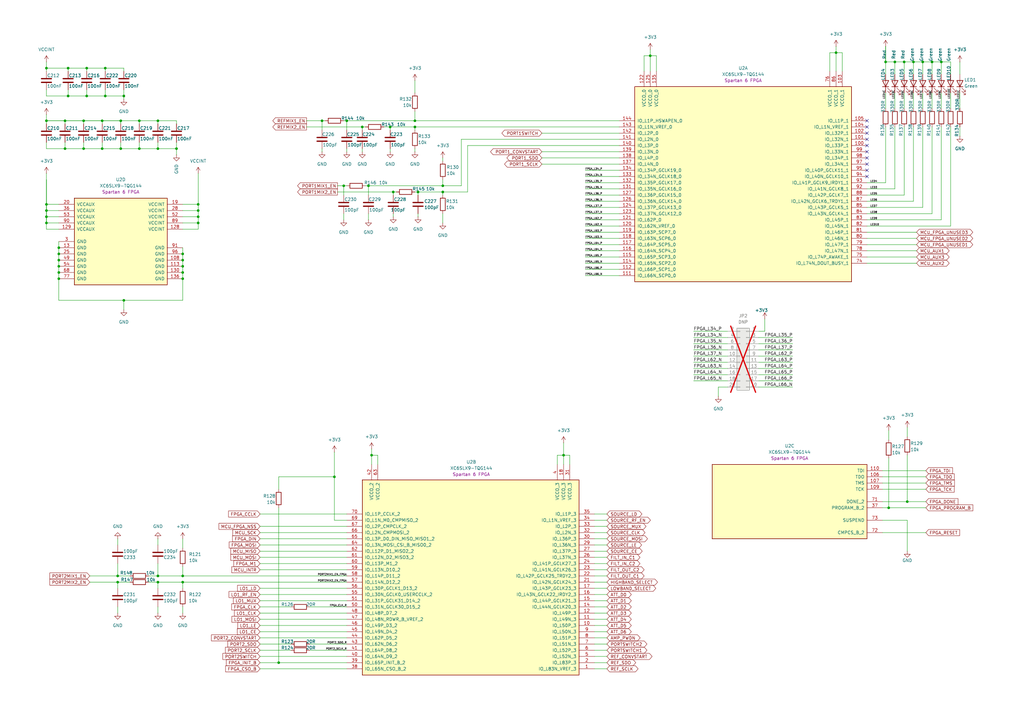
<source format=kicad_sch>
(kicad_sch (version 20231120) (generator "eeschema") (generator_version "8.0")
  (paper "A3")
  (title_block (title "FPGA Connections") (company "LibreVNA"))
  (lib_symbols
    (symbol "Connector_Generic:Conn_02x10_Odd_Even" (pin_names (offset 1.016) hide)
      (property "Reference" "J" (at 1.27 12.7 0))
      (property "Value" "Conn_02x10_Odd_Even" (at 1.27 -15.24 0))
      (symbol "Conn_02x10_Odd_Even_1_1"
        (pin passive line (at -5.08 10.16 0) (length 3.81) (name "Pin_1") (number "1"))
        (pin passive line (at 7.62 0 180) (length 3.81) (name "Pin_10") (number "10"))
        (pin passive line (at -5.08 -2.54 0) (length 3.81) (name "Pin_11") (number "11"))
        (pin passive line (at 7.62 -2.54 180) (length 3.81) (name "Pin_12") (number "12"))
        (pin passive line (at -5.08 -5.08 0) (length 3.81) (name "Pin_13") (number "13"))
        (pin passive line (at 7.62 -5.08 180) (length 3.81) (name "Pin_14") (number "14"))
        (pin passive line (at -5.08 -7.62 0) (length 3.81) (name "Pin_15") (number "15"))
        (pin passive line (at 7.62 -7.62 180) (length 3.81) (name "Pin_16") (number "16"))
        (pin passive line (at -5.08 -10.16 0) (length 3.81) (name "Pin_17") (number "17"))
        (pin passive line (at 7.62 -10.16 180) (length 3.81) (name "Pin_18") (number "18"))
        (pin passive line (at -5.08 -12.7 0) (length 3.81) (name "Pin_19") (number "19"))
        (pin passive line (at 7.62 10.16 180) (length 3.81) (name "Pin_2") (number "2"))
        (pin passive line (at 7.62 -12.7 180) (length 3.81) (name "Pin_20") (number "20"))
        (pin passive line (at -5.08 7.62 0) (length 3.81) (name "Pin_3") (number "3"))
        (pin passive line (at 7.62 7.62 180) (length 3.81) (name "Pin_4") (number "4"))
        (pin passive line (at -5.08 5.08 0) (length 3.81) (name "Pin_5") (number "5"))
        (pin passive line (at 7.62 5.08 180) (length 3.81) (name "Pin_6") (number "6"))
        (pin passive line (at -5.08 2.54 0) (length 3.81) (name "Pin_7") (number "7"))
        (pin passive line (at 7.62 2.54 180) (length 3.81) (name "Pin_8") (number "8"))
        (pin passive line (at -5.08 0 0) (length 3.81) (name "Pin_9") (number "9"))
      )
    )
    (symbol "Device:C" (pin_numbers hide) (pin_names (offset 0.254))
      (property "Reference" "C" (at 0.635 2.54 0))
      (property "Value" "C" (at 0.635 -2.54 0))
      (symbol "C_1_1"
        (pin passive line (at 0 3.81 270) (length 2.794) (name "~") (number "1"))
        (pin passive line (at 0 -3.81 90) (length 2.794) (name "~") (number "2"))
      )
    )
    (symbol "Device:LED" (pin_numbers hide) (pin_names (offset 1.016) hide)
      (property "Reference" "D" (at 0 2.54 0))
      (property "Value" "LED" (at 0 -2.54 0))
      (symbol "LED_1_1"
        (pin passive line (at -3.81 0 0) (length 2.54) (name "K") (number "1"))
        (pin passive line (at 3.81 0 180) (length 2.54) (name "A") (number "2"))
      )
    )
    (symbol "Device:R" (pin_numbers hide) (pin_names (offset 0))
      (property "Reference" "R" (at 2.032 0 90))
      (property "Value" "R" (at 0 0 90))
      (symbol "R_1_1"
        (pin passive line (at 0 3.81 270) (length 1.27) (name "~") (number "1"))
        (pin passive line (at 0 -3.81 90) (length 1.27) (name "~") (number "2"))
      )
    )
    (symbol "FPGA_Xilinx_Spartan6:XC6SLX9-TQG144" (pin_names (offset 1.016))
      (property "Reference" "U" (at 0 1.27 0))
      (property "Value" "XC6SLX9-TQG144" (at 0 -1.27 0))
      (symbol "XC6SLX9-TQG144_1_1"
        (pin bidirectional line (at 50.8 12.7 180) (length 6.35) (name "IO_L33P_1") (number "100"))
        (pin bidirectional line (at 50.8 15.24 180) (length 6.35) (name "IO_L32N_1") (number "101"))
        (pin bidirectional line (at 50.8 17.78 180) (length 6.35) (name "IO_L32P_1") (number "102"))
        (pin power_in line (at 40.64 43.18 270) (length 6.35) (name "VCCO_1") (number "103"))
        (pin bidirectional line (at 50.8 20.32 180) (length 6.35) (name "IO_L1N_VREF_1") (number "104"))
        (pin bidirectional line (at 50.8 22.86 180) (length 6.35) (name "IO_L1P_1") (number "105"))
        (pin bidirectional line (at -50.8 -40.64 0) (length 6.35) (name "IO_L66N_SCP0_0") (number "111"))
        (pin bidirectional line (at -50.8 -38.1 0) (length 6.35) (name "IO_L66P_SCP1_0") (number "112"))
        (pin bidirectional line (at -50.8 -35.56 0) (length 6.35) (name "IO_L65N_SCP2_0") (number "114"))
        (pin bidirectional line (at -50.8 -33.02 0) (length 6.35) (name "IO_L65P_SCP3_0") (number "115"))
        (pin bidirectional line (at -50.8 -30.48 0) (length 6.35) (name "IO_L64N_SCP4_0") (number "116"))
        (pin bidirectional line (at -50.8 -27.94 0) (length 6.35) (name "IO_L64P_SCP5_0") (number "117"))
        (pin bidirectional line (at -50.8 -25.4 0) (length 6.35) (name "IO_L63N_SCP6_0") (number "118"))
        (pin bidirectional line (at -50.8 -22.86 0) (length 6.35) (name "IO_L63P_SCP7_0") (number "119"))
        (pin bidirectional line (at -50.8 -20.32 0) (length 6.35) (name "IO_L62N_VREF_0") (number "120"))
        (pin bidirectional line (at -50.8 -17.78 0) (length 6.35) (name "IO_L62P_0") (number "121"))
        (pin power_in line (at -40.64 43.18 270) (length 6.35) (name "VCCO_0") (number "122"))
        (pin bidirectional line (at -50.8 -15.24 0) (length 6.35) (name "IO_L37N_GCLK12_0") (number "123"))
        (pin bidirectional line (at -50.8 -12.7 0) (length 6.35) (name "IO_L37P_GCLK13_0") (number "124"))
        (pin power_in line (at -38.1 43.18 270) (length 6.35) (name "VCCO_0") (number "125"))
        (pin bidirectional line (at -50.8 -10.16 0) (length 6.35) (name "IO_L36N_GCLK14_0") (number "126"))
        (pin bidirectional line (at -50.8 -7.62 0) (length 6.35) (name "IO_L36P_GCLK15_0") (number "127"))
        (pin bidirectional line (at -50.8 -5.08 0) (length 6.35) (name "IO_L35N_GCLK16_0") (number "131"))
        (pin bidirectional line (at -50.8 -2.54 0) (length 6.35) (name "IO_L35P_GCLK17_0") (number "132"))
        (pin bidirectional line (at -50.8 0 0) (length 6.35) (name "IO_L34N_GCLK18_0") (number "133"))
        (pin bidirectional line (at -50.8 2.54 0) (length 6.35) (name "IO_L34P_GCLK19_0") (number "134"))
        (pin power_in line (at -35.56 43.18 270) (length 6.35) (name "VCCO_0") (number "135"))
        (pin bidirectional line (at -50.8 5.08 0) (length 6.35) (name "IO_L4N_0") (number "137"))
        (pin bidirectional line (at -50.8 7.62 0) (length 6.35) (name "IO_L4P_0") (number "138"))
        (pin bidirectional line (at -50.8 10.16 0) (length 6.35) (name "IO_L3N_0") (number "139"))
        (pin bidirectional line (at -50.8 12.7 0) (length 6.35) (name "IO_L3P_0") (number "140"))
        (pin bidirectional line (at -50.8 15.24 0) (length 6.35) (name "IO_L2N_0") (number "141"))
        (pin bidirectional line (at -50.8 17.78 0) (length 6.35) (name "IO_L2P_0") (number "142"))
        (pin bidirectional line (at -50.8 20.32 0) (length 6.35) (name "IO_L1N_VREF_0") (number "143"))
        (pin bidirectional line (at -50.8 22.86 0) (length 6.35) (name "IO_L1P_HSWAPEN_0") (number "144"))
        (pin bidirectional line (at 50.8 -35.56 180) (length 6.35) (name "IO_L74N_DOUT_BUSY_1") (number "74"))
        (pin bidirectional line (at 50.8 -33.02 180) (length 6.35) (name "IO_L74P_AWAKE_1") (number "75"))
        (pin power_in line (at 35.56 43.18 270) (length 6.35) (name "VCCO_1") (number "76"))
        (pin bidirectional line (at 50.8 -30.48 180) (length 6.35) (name "IO_L47N_1") (number "78"))
        (pin bidirectional line (at 50.8 -27.94 180) (length 6.35) (name "IO_L47P_1") (number "79"))
        (pin bidirectional line (at 50.8 -25.4 180) (length 6.35) (name "IO_L46N_1") (number "80"))
        (pin bidirectional line (at 50.8 -22.86 180) (length 6.35) (name "IO_L46P_1") (number "81"))
        (pin bidirectional line (at 50.8 -20.32 180) (length 6.35) (name "IO_L45N_1") (number "82"))
        (pin bidirectional line (at 50.8 -17.78 180) (length 6.35) (name "IO_L45P_1") (number "83"))
        (pin bidirectional line (at 50.8 -15.24 180) (length 6.35) (name "IO_L43N_GCLK4_1") (number "84"))
        (pin bidirectional line (at 50.8 -12.7 180) (length 6.35) (name "IO_L43P_GCLK5_1") (number "85"))
        (pin power_in line (at 38.1 43.18 270) (length 6.35) (name "VCCO_1") (number "86"))
        (pin bidirectional line (at 50.8 -10.16 180) (length 6.35) (name "IO_L42N_GCLK6_TRDY1_1") (number "87"))
        (pin bidirectional line (at 50.8 -7.62 180) (length 6.35) (name "IO_L42P_GCLK7_1") (number "88"))
        (pin bidirectional line (at 50.8 -5.08 180) (length 6.35) (name "IO_L41N_GCLK8_1") (number "92"))
        (pin bidirectional line (at 50.8 -2.54 180) (length 6.35) (name "IO_L41P_GCLK9_IRDY1_1") (number "93"))
        (pin bidirectional line (at 50.8 0 180) (length 6.35) (name "IO_L40N_GCLK10_1") (number "94"))
        (pin bidirectional line (at 50.8 2.54 180) (length 6.35) (name "IO_L40P_GCLK11_1") (number "95"))
        (pin bidirectional line (at 50.8 5.08 180) (length 6.35) (name "IO_L34N_1") (number "97"))
        (pin bidirectional line (at 50.8 7.62 180) (length 6.35) (name "IO_L34P_1") (number "98"))
        (pin bidirectional line (at 50.8 10.16 180) (length 6.35) (name "IO_L33N_1") (number "99"))
      )
      (symbol "XC6SLX9-TQG144_2_1"
        (pin bidirectional line (at 50.8 -40.64 180) (length 6.35) (name "IO_L83N_VREF_3") (number "1"))
        (pin bidirectional line (at 50.8 -22.86 180) (length 6.35) (name "IO_L50P_3") (number "10"))
        (pin bidirectional line (at 50.8 -20.32 180) (length 6.35) (name "IO_L49N_3") (number "11"))
        (pin bidirectional line (at 50.8 -17.78 180) (length 6.35) (name "IO_L49P_3") (number "12"))
        (pin bidirectional line (at 50.8 -15.24 180) (length 6.35) (name "IO_L44N_GCLK20_3") (number "14"))
        (pin bidirectional line (at 50.8 -12.7 180) (length 6.35) (name "IO_L44P_GCLK21_3") (number "15"))
        (pin bidirectional line (at 50.8 -10.16 180) (length 6.35) (name "IO_L43N_GCLK22_IRDY2_3") (number "16"))
        (pin bidirectional line (at 50.8 -7.62 180) (length 6.35) (name "IO_L43P_GCLK23_3") (number "17"))
        (pin power_in line (at 38.1 43.18 270) (length 6.35) (name "VCCO_3") (number "18"))
        (pin bidirectional line (at 50.8 -38.1 180) (length 6.35) (name "IO_L83P_3") (number "2"))
        (pin bidirectional line (at 50.8 -5.08 180) (length 6.35) (name "IO_L42N_GCLK24_3") (number "21"))
        (pin bidirectional line (at 50.8 -2.54 180) (length 6.35) (name "IO_L42P_GCLK25_TRDY2_3") (number "22"))
        (pin bidirectional line (at 50.8 0 180) (length 6.35) (name "IO_L41N_GCLK26_3") (number "23"))
        (pin bidirectional line (at 50.8 2.54 180) (length 6.35) (name "IO_L41P_GCLK27_3") (number "24"))
        (pin bidirectional line (at 50.8 5.08 180) (length 6.35) (name "IO_L37N_3") (number "26"))
        (pin bidirectional line (at 50.8 7.62 180) (length 6.35) (name "IO_L37P_3") (number "27"))
        (pin bidirectional line (at 50.8 10.16 180) (length 6.35) (name "IO_L36N_3") (number "29"))
        (pin bidirectional line (at 50.8 12.7 180) (length 6.35) (name "IO_L36P_3") (number "30"))
        (pin power_in line (at 40.64 43.18 270) (length 6.35) (name "VCCO_3") (number "31"))
        (pin bidirectional line (at 50.8 15.24 180) (length 6.35) (name "IO_L2N_3") (number "32"))
        (pin bidirectional line (at 50.8 17.78 180) (length 6.35) (name "IO_L2P_3") (number "33"))
        (pin bidirectional line (at 50.8 20.32 180) (length 6.35) (name "IO_L1N_VREF_3") (number "34"))
        (pin bidirectional line (at 50.8 22.86 180) (length 6.35) (name "IO_L1P_3") (number "35"))
        (pin bidirectional line (at -50.8 -40.64 0) (length 6.35) (name "IO_L65N_CSO_B_2") (number "38"))
        (pin bidirectional line (at -50.8 -38.1 0) (length 6.35) (name "IO_L65P_INIT_B_2") (number "39"))
        (pin power_in line (at 35.56 43.18 270) (length 6.35) (name "VCCO_3") (number "4"))
        (pin bidirectional line (at -50.8 -35.56 0) (length 6.35) (name "IO_L64N_D9_2") (number "40"))
        (pin bidirectional line (at -50.8 -33.02 0) (length 6.35) (name "IO_L64P_D8_2") (number "41"))
        (pin power_in line (at -40.64 43.18 270) (length 6.35) (name "VCCO_2") (number "42"))
        (pin bidirectional line (at -50.8 -30.48 0) (length 6.35) (name "IO_L62N_D6_2") (number "43"))
        (pin bidirectional line (at -50.8 -27.94 0) (length 6.35) (name "IO_L62P_D5_2") (number "44"))
        (pin bidirectional line (at -50.8 -25.4 0) (length 6.35) (name "IO_L49N_D4_2") (number "45"))
        (pin bidirectional line (at -50.8 -22.86 0) (length 6.35) (name "IO_L49P_D3_2") (number "46"))
        (pin bidirectional line (at -50.8 -20.32 0) (length 6.35) (name "IO_L48N_RDWR_B_VREF_2") (number "47"))
        (pin bidirectional line (at -50.8 -17.78 0) (length 6.35) (name "IO_L48P_D7_2") (number "48"))
        (pin bidirectional line (at 50.8 -35.56 180) (length 6.35) (name "IO_L52N_3") (number "5"))
        (pin bidirectional line (at -50.8 -15.24 0) (length 6.35) (name "IO_L31N_GCLK30_D15_2") (number "50"))
        (pin bidirectional line (at -50.8 -12.7 0) (length 6.35) (name "IO_L31P_GCLK31_D14_2") (number "51"))
        (pin bidirectional line (at -50.8 -10.16 0) (length 6.35) (name "IO_L30N_GCLK0_USERCCLK_2") (number "55"))
        (pin bidirectional line (at -50.8 -7.62 0) (length 6.35) (name "IO_L30P_GCLK1_D13_2") (number "56"))
        (pin bidirectional line (at -50.8 -5.08 0) (length 6.35) (name "IO_L14N_D12_2") (number "57"))
        (pin bidirectional line (at -50.8 -2.54 0) (length 6.35) (name "IO_L14P_D11_2") (number "58"))
        (pin bidirectional line (at -50.8 0 0) (length 6.35) (name "IO_L13N_D10_2") (number "59"))
        (pin bidirectional line (at 50.8 -33.02 180) (length 6.35) (name "IO_L52P_3") (number "6"))
        (pin bidirectional line (at -50.8 2.54 0) (length 6.35) (name "IO_L13P_M1_2") (number "60"))
        (pin bidirectional line (at -50.8 5.08 0) (length 6.35) (name "IO_L12N_D2_MISO3_2") (number "61"))
        (pin bidirectional line (at -50.8 7.62 0) (length 6.35) (name "IO_L12P_D1_MISO2_2") (number "62"))
        (pin power_in line (at -38.1 43.18 270) (length 6.35) (name "VCCO_2") (number "63"))
        (pin bidirectional line (at -50.8 10.16 0) (length 6.35) (name "IO_L3N_MOSI_CSI_B_MISO0_2") (number "64"))
        (pin bidirectional line (at -50.8 12.7 0) (length 6.35) (name "IO_L3P_D0_DIN_MISO_MISO1_2") (number "65"))
        (pin bidirectional line (at -50.8 15.24 0) (length 6.35) (name "IO_L2N_CMPMOSI_2") (number "66"))
        (pin bidirectional line (at -50.8 17.78 0) (length 6.35) (name "IO_L2P_CMPCLK_2") (number "67"))
        (pin bidirectional line (at -50.8 20.32 0) (length 6.35) (name "IO_L1N_M0_CMPMISO_2") (number "69"))
        (pin bidirectional line (at 50.8 -30.48 180) (length 6.35) (name "IO_L51N_3") (number "7"))
        (pin bidirectional line (at -50.8 22.86 0) (length 6.35) (name "IO_L1P_CCLK_2") (number "70"))
        (pin bidirectional line (at 50.8 -27.94 180) (length 6.35) (name "IO_L51P_3") (number "8"))
        (pin bidirectional line (at 50.8 -25.4 180) (length 6.35) (name "IO_L50N_3") (number "9"))
      )
      (symbol "XC6SLX9-TQG144_3_1"
        (pin bidirectional line (at 38.1 10.16 180) (length 6.35) (name "TDO") (number "106"))
        (pin bidirectional line (at 38.1 7.62 180) (length 6.35) (name "TMS") (number "107"))
        (pin bidirectional line (at 38.1 5.08 180) (length 6.35) (name "TCK") (number "109"))
        (pin bidirectional line (at 38.1 12.7 180) (length 6.35) (name "TDI") (number "110"))
        (pin bidirectional line (at 38.1 -2.54 180) (length 6.35) (name "PROGRAM_B_2") (number "37"))
        (pin bidirectional line (at 38.1 0 180) (length 6.35) (name "DONE_2") (number "71"))
        (pin bidirectional line (at 38.1 -12.7 180) (length 6.35) (name "CMPCS_B_2") (number "72"))
        (pin bidirectional line (at 38.1 -7.62 180) (length 6.35) (name "SUSPEND") (number "73"))
      )
      (symbol "XC6SLX9-TQG144_4_1"
        (pin power_in line (at 25.4 -7.62 180) (length 6.35) (name "GND") (number "108"))
        (pin power_in line (at 25.4 -10.16 180) (length 6.35) (name "GND") (number "113"))
        (pin power_in line (at 25.4 5.08 180) (length 6.35) (name "VCCINT") (number "128"))
        (pin power_in line (at -25.4 5.08 0) (length 6.35) (name "VCCAUX") (number "129"))
        (pin power_in line (at -25.4 -2.54 0) (length 6.35) (name "GND") (number "13"))
        (pin power_in line (at 25.4 -12.7 180) (length 6.35) (name "GND") (number "130"))
        (pin power_in line (at 25.4 -15.24 180) (length 6.35) (name "GND") (number "136"))
        (pin power_in line (at 25.4 15.24 180) (length 6.35) (name "VCCINT") (number "19"))
        (pin power_in line (at -25.4 15.24 0) (length 6.35) (name "VCCAUX") (number "20"))
        (pin power_in line (at -25.4 -5.08 0) (length 6.35) (name "GND") (number "25"))
        (pin power_in line (at 25.4 12.7 180) (length 6.35) (name "VCCINT") (number "28"))
        (pin power_in line (at -25.4 0 0) (length 6.35) (name "GND") (number "3"))
        (pin power_in line (at -25.4 12.7 0) (length 6.35) (name "VCCAUX") (number "36"))
        (pin power_in line (at -25.4 -7.62 0) (length 6.35) (name "GND") (number "49"))
        (pin power_in line (at 25.4 10.16 180) (length 6.35) (name "VCCINT") (number "52"))
        (pin power_in line (at -25.4 10.16 0) (length 6.35) (name "VCCAUX") (number "53"))
        (pin power_in line (at -25.4 -10.16 0) (length 6.35) (name "GND") (number "54"))
        (pin power_in line (at -25.4 -12.7 0) (length 6.35) (name "GND") (number "68"))
        (pin power_in line (at -25.4 -15.24 0) (length 6.35) (name "GND") (number "77"))
        (pin power_in line (at 25.4 7.62 180) (length 6.35) (name "VCCINT") (number "89"))
        (pin power_in line (at -25.4 7.62 0) (length 6.35) (name "VCCAUX") (number "90"))
        (pin power_in line (at 25.4 -2.54 180) (length 6.35) (name "GND") (number "91"))
        (pin power_in line (at 25.4 -5.08 180) (length 6.35) (name "GND") (number "96"))
      )
    )
    (symbol "VNA:C-EU?{colon}2C0402"
      (property "Reference" "C" (at 1.524 0.381 0))
      (symbol "C-EU?{colon}2C0402_1_0"
        (pin passive line (at 0 2.54 270) (length 2.54) (name "1") (number "1"))
        (pin passive line (at 0 -5.08 90) (length 2.54) (name "2") (number "2"))
      )
    )
    (symbol "VNA:R-EU_R0402"
      (property "Reference" "R" (at -3.81 1.4986 0))
      (symbol "R-EU_R0402_1_0"
        (pin passive line (at -5.08 0 0) (length 2.54) (name "1") (number "1"))
        (pin passive line (at 5.08 0 180) (length 2.54) (name "2") (number "2"))
      )
    )
    (symbol "power:GND" (power) (pin_numbers hide) (pin_names (offset 0) hide)
      (property "Value" "GND" (at 0 -3.81 0))
      (symbol "GND_1_1"
        (pin power_in line (at 0 0 270) (length 0) (name "~") (number "1"))
      )
    )
    (symbol "power:VCC" (power) (pin_numbers hide) (pin_names (offset 0) hide)
      (property "Value" "VCC" (at 0 3.556 0))
      (symbol "VCC_1_1"
        (pin power_in line (at 0 0 90) (length 0) (name "~") (number "1"))
      )
    )
  )
  (junction (at 142.24 49.53))
  (junction (at 34.29 49.53))
  (junction (at 140.97 76.2))
  (junction (at 231.14 186.69))
  (junction (at 74.93 114.3))
  (junction (at 171.45 78.74))
  (junction (at 64.77 236.22))
  (junction (at 74.93 109.22))
  (junction (at 374.65 25.4))
  (junction (at 181.61 78.74))
  (junction (at 50.8 39.37))
  (junction (at 41.91 60.96))
  (junction (at 74.93 106.68))
  (junction (at 74.93 111.76))
  (junction (at 151.13 76.2))
  (junction (at 181.61 76.2))
  (junction (at 81.28 88.9))
  (junction (at 74.93 104.14))
  (junction (at 74.93 238.76))
  (junction (at 132.08 49.53))
  (junction (at 81.28 86.36))
  (junction (at 34.29 60.96))
  (junction (at 382.27 25.4))
  (junction (at 148.59 52.07))
  (junction (at 266.7 22.86))
  (junction (at 24.13 101.6))
  (junction (at 161.29 78.74))
  (junction (at 57.15 49.53))
  (junction (at 372.11 205.74))
  (junction (at 19.05 88.9))
  (junction (at 41.91 49.53))
  (junction (at 27.94 39.37))
  (junction (at 27.94 27.94))
  (junction (at 43.18 39.37))
  (junction (at 81.28 83.82))
  (junction (at 386.08 25.4))
  (junction (at 114.3 271.78))
  (junction (at 24.13 111.76))
  (junction (at 19.05 83.82))
  (junction (at 24.13 114.3))
  (junction (at 19.05 27.94))
  (junction (at 43.18 27.94))
  (junction (at 170.18 49.53))
  (junction (at 24.13 106.68))
  (junction (at 64.77 238.76))
  (junction (at 35.56 27.94))
  (junction (at 342.9 21.59))
  (junction (at 26.67 60.96))
  (junction (at 19.05 91.44))
  (junction (at 48.26 236.22))
  (junction (at 48.26 238.76))
  (junction (at 49.53 60.96))
  (junction (at 24.13 104.14))
  (junction (at 26.67 49.53))
  (junction (at 19.05 49.53))
  (junction (at 170.18 52.07))
  (junction (at 160.02 52.07))
  (junction (at 370.84 25.4))
  (junction (at 74.93 236.22))
  (junction (at 64.77 49.53))
  (junction (at 57.15 60.96))
  (junction (at 24.13 109.22))
  (junction (at 152.4 186.69))
  (junction (at 50.8 123.19))
  (junction (at 367.03 25.4))
  (junction (at 72.39 60.96))
  (junction (at 363.22 25.4))
  (junction (at 19.05 86.36))
  (junction (at 364.49 208.28))
  (junction (at 49.53 49.53))
  (junction (at 137.16 195.58))
  (junction (at 81.28 91.44))
  (junction (at 35.56 39.37))
  (junction (at 64.77 60.96))
  (junction (at 378.46 25.4))
  (no_connect (at 355.6 72.39))
  (no_connect (at 355.6 59.69))
  (no_connect (at 355.6 67.31))
  (no_connect (at 355.6 54.61))
  (no_connect (at 355.6 64.77))
  (no_connect (at 355.6 69.85))
  (no_connect (at 355.6 57.15))
  (no_connect (at 355.6 52.07))
  (no_connect (at 355.6 62.23))
  (no_connect (at 355.6 49.53))
  (wire (pts (xy 24.13 104.14) (xy 24.13 106.68)))
  (wire (pts (xy 74.93 91.44) (xy 81.28 91.44)))
  (wire (pts (xy 171.45 80.01) (xy 171.45 78.74)) (stroke (width 0.1524)))
  (wire (pts (xy 378.46 52.07) (xy 378.46 85.09)))
  (wire (pts (xy 19.05 60.96) (xy 26.67 60.96)))
  (wire (pts (xy 374.65 52.07) (xy 374.65 82.55)))
  (wire (pts (xy 19.05 88.9) (xy 19.05 91.44)))
  (wire (pts (xy 370.84 30.48) (xy 370.84 25.4)))
  (wire (pts (xy 311.15 153.67) (xy 325.12 153.67)) (stroke (width 0.1524)))
  (wire (pts (xy 389.89 25.4) (xy 389.89 30.48)) (stroke (width 0.1524)))
  (wire (pts (xy 243.84 238.76) (xy 248.92 238.76)) (stroke (width 0.1524)))
  (wire (pts (xy 378.46 44.45) (xy 378.46 38.1)) (stroke (width 0.1524)))
  (wire (pts (xy 19.05 36.83) (xy 19.05 39.37)))
  (wire (pts (xy 142.24 233.68) (xy 106.68 233.68)) (stroke (width 0.1524)))
  (wire (pts (xy 50.8 27.94) (xy 50.8 29.21)) (stroke (width 0.1524)))
  (wire (pts (xy 81.28 88.9) (xy 81.28 91.44)))
  (wire (pts (xy 64.77 251.46) (xy 64.77 248.92)) (stroke (width 0.1524)))
  (wire (pts (xy 243.84 226.06) (xy 248.92 226.06)) (stroke (width 0.1524)))
  (wire (pts (xy 240.03 95.25) (xy 254 95.25)))
  (wire (pts (xy 41.91 49.53) (xy 49.53 49.53)) (stroke (width 0.1524)))
  (wire (pts (xy 24.13 106.68) (xy 24.13 109.22)))
  (wire (pts (xy 372.11 205.74) (xy 379.73 205.74)))
  (wire (pts (xy 264.16 22.86) (xy 266.7 22.86)))
  (wire (pts (xy 24.13 123.19) (xy 50.8 123.19)))
  (wire (pts (xy 313.69 135.89) (xy 311.15 135.89)) (stroke (width 0.1524)))
  (wire (pts (xy 57.15 58.42) (xy 57.15 60.96)))
  (wire (pts (xy 243.84 271.78) (xy 248.92 271.78)))
  (wire (pts (xy 161.29 78.74) (xy 162.56 78.74)) (stroke (width 0.1524)))
  (wire (pts (xy 154.94 190.5) (xy 154.94 186.69)))
  (wire (pts (xy 140.97 76.2) (xy 142.24 76.2)) (stroke (width 0.1524)))
  (wire (pts (xy 41.91 49.53) (xy 41.91 50.8)) (stroke (width 0.1524)))
  (wire (pts (xy 240.03 69.85) (xy 254 69.85)))
  (wire (pts (xy 363.22 19.05) (xy 363.22 25.4)))
  (wire (pts (xy 142.24 53.34) (xy 142.24 49.53)) (stroke (width 0.1524)))
  (wire (pts (xy 240.03 102.87) (xy 254 102.87)))
  (wire (pts (xy 27.94 27.94) (xy 35.56 27.94)) (stroke (width 0.1524)))
  (wire (pts (xy 355.6 80.01) (xy 370.84 80.01)))
  (wire (pts (xy 243.84 259.08) (xy 248.92 259.08)) (stroke (width 0.1524)))
  (wire (pts (xy 386.08 25.4) (xy 389.89 25.4)) (stroke (width 0.1524)))
  (wire (pts (xy 49.53 58.42) (xy 49.53 60.96)))
  (wire (pts (xy 294.64 158.75) (xy 294.64 162.56)) (stroke (width 0.1524)))
  (wire (pts (xy 34.29 58.42) (xy 34.29 60.96)))
  (wire (pts (xy 181.61 80.01) (xy 181.61 78.74)) (stroke (width 0.1524)))
  (wire (pts (xy 24.13 99.06) (xy 24.13 101.6)))
  (wire (pts (xy 313.69 130.81) (xy 313.69 135.89)) (stroke (width 0.1524)))
  (wire (pts (xy 393.7 25.4) (xy 393.7 30.48)) (stroke (width 0.1524)))
  (wire (pts (xy 284.48 143.51) (xy 298.45 143.51)))
  (wire (pts (xy 243.84 256.54) (xy 248.92 256.54)) (stroke (width 0.1524)))
  (wire (pts (xy 284.48 148.59) (xy 298.45 148.59)))
  (wire (pts (xy 243.84 220.98) (xy 248.92 220.98)) (stroke (width 0.1524)))
  (wire (pts (xy 240.03 92.71) (xy 254 92.71)))
  (wire (pts (xy 72.39 63.5) (xy 72.39 60.96)))
  (wire (pts (xy 372.11 213.36) (xy 372.11 226.06)))
  (wire (pts (xy 106.68 264.16) (xy 119.38 264.16)) (stroke (width 0.1524)))
  (wire (pts (xy 49.53 49.53) (xy 49.53 50.8)))
  (wire (pts (xy 140.97 80.01) (xy 140.97 76.2)) (stroke (width 0.1524)))
  (wire (pts (xy 149.86 76.2) (xy 151.13 76.2)) (stroke (width 0.1524)))
  (wire (pts (xy 81.28 71.12) (xy 81.28 83.82)))
  (wire (pts (xy 35.56 27.94) (xy 35.56 29.21)) (stroke (width 0.1524)))
  (wire (pts (xy 49.53 49.53) (xy 49.53 50.8)) (stroke (width 0.1524)))
  (wire (pts (xy 367.03 30.48) (xy 367.03 25.4)))
  (wire (pts (xy 19.05 58.42) (xy 19.05 60.96)))
  (wire (pts (xy 243.84 248.92) (xy 248.92 248.92)) (stroke (width 0.1524)))
  (wire (pts (xy 142.24 49.53) (xy 140.97 49.53)) (stroke (width 0.1524)))
  (wire (pts (xy 74.93 238.76) (xy 142.24 238.76)) (stroke (width 0.1524)))
  (wire (pts (xy 254 49.53) (xy 170.18 49.53)) (stroke (width 0.1524)))
  (wire (pts (xy 243.84 274.32) (xy 248.92 274.32)) (stroke (width 0.1524)))
  (wire (pts (xy 26.67 58.42) (xy 26.67 60.96)))
  (wire (pts (xy 355.6 74.93) (xy 363.22 74.93)) (stroke (width 0.1524)))
  (wire (pts (xy 34.29 49.53) (xy 41.91 49.53)) (stroke (width 0.1524)))
  (wire (pts (xy 243.84 241.3) (xy 248.92 241.3)) (stroke (width 0.1524)))
  (wire (pts (xy 142.24 256.54) (xy 106.68 256.54)) (stroke (width 0.1524)))
  (wire (pts (xy 243.84 218.44) (xy 248.92 218.44)) (stroke (width 0.1524)))
  (wire (pts (xy 43.18 36.83) (xy 43.18 39.37)))
  (wire (pts (xy 284.48 138.43) (xy 298.45 138.43)))
  (wire (pts (xy 284.48 146.05) (xy 298.45 146.05)))
  (wire (pts (xy 26.67 49.53) (xy 26.67 50.8)) (stroke (width 0.1524)))
  (wire (pts (xy 142.24 210.82) (xy 106.68 210.82)) (stroke (width 0.1524)))
  (wire (pts (xy 43.18 39.37) (xy 50.8 39.37)))
  (wire (pts (xy 240.03 110.49) (xy 254 110.49)))
  (wire (pts (xy 142.24 251.46) (xy 106.68 251.46)) (stroke (width 0.1524)))
  (wire (pts (xy 378.46 30.48) (xy 378.46 25.4)) (stroke (width 0.1524)))
  (wire (pts (xy 19.05 86.36) (xy 24.13 86.36)))
  (wire (pts (xy 378.46 25.4) (xy 382.27 25.4)) (stroke (width 0.1524)))
  (wire (pts (xy 240.03 77.47) (xy 254 77.47)))
  (wire (pts (xy 35.56 27.94) (xy 43.18 27.94)) (stroke (width 0.1524)))
  (wire (pts (xy 355.6 90.17) (xy 386.08 90.17)))
  (wire (pts (xy 379.73 200.66) (xy 361.95 200.66)))
  (wire (pts (xy 243.84 223.52) (xy 248.92 223.52)) (stroke (width 0.1524)))
  (wire (pts (xy 266.7 22.86) (xy 266.7 29.21)))
  (wire (pts (xy 151.13 76.2) (xy 181.61 76.2)) (stroke (width 0.1524)))
  (wire (pts (xy 64.77 238.76) (xy 60.96 238.76)) (stroke (width 0.1524)))
  (wire (pts (xy 243.84 261.62) (xy 248.92 261.62)) (stroke (width 0.1524)))
  (wire (pts (xy 382.27 52.07) (xy 382.27 87.63)))
  (wire (pts (xy 171.45 78.74) (xy 181.61 78.74)) (stroke (width 0.1524)))
  (wire (pts (xy 379.73 195.58) (xy 361.95 195.58)))
  (wire (pts (xy 142.24 213.36) (xy 137.16 213.36)) (stroke (width 0.1524)))
  (wire (pts (xy 363.22 44.45) (xy 363.22 38.1)) (stroke (width 0.1524)))
  (wire (pts (xy 254 52.07) (xy 170.18 52.07)) (stroke (width 0.1524)))
  (wire (pts (xy 240.03 105.41) (xy 254 105.41)))
  (wire (pts (xy 41.91 58.42) (xy 41.91 60.96)))
  (wire (pts (xy 171.45 87.63) (xy 171.45 88.9)) (stroke (width 0.1524)))
  (wire (pts (xy 57.15 60.96) (xy 64.77 60.96)))
  (wire (pts (xy 243.84 251.46) (xy 248.92 251.46)) (stroke (width 0.1524)))
  (wire (pts (xy 74.93 109.22) (xy 74.93 106.68)))
  (wire (pts (xy 142.24 62.23) (xy 142.24 60.96)) (stroke (width 0.1524)))
  (wire (pts (xy 355.6 85.09) (xy 378.46 85.09)))
  (wire (pts (xy 266.7 20.32) (xy 266.7 22.86)))
  (wire (pts (xy 243.84 213.36) (xy 248.92 213.36)) (stroke (width 0.1524)))
  (wire (pts (xy 254 62.23) (xy 222.25 62.23)) (stroke (width 0.1524)))
  (wire (pts (xy 48.26 248.92) (xy 48.26 251.46)) (stroke (width 0.1524)))
  (wire (pts (xy 152.4 184.15) (xy 152.4 186.69)))
  (wire (pts (xy 363.22 19.05) (xy 363.22 25.4)) (stroke (width 0.1524)))
  (wire (pts (xy 382.27 30.48) (xy 382.27 25.4)) (stroke (width 0.1524)))
  (wire (pts (xy 355.6 82.55) (xy 374.65 82.55)))
  (wire (pts (xy 106.68 266.7) (xy 119.38 266.7)) (stroke (width 0.1524)))
  (wire (pts (xy 254 67.31) (xy 222.25 67.31)) (stroke (width 0.1524)))
  (wire (pts (xy 345.44 21.59) (xy 342.9 21.59)))
  (wire (pts (xy 19.05 83.82) (xy 19.05 86.36)))
  (wire (pts (xy 142.24 215.9) (xy 106.68 215.9)) (stroke (width 0.1524)))
  (wire (pts (xy 24.13 111.76) (xy 24.13 114.3)))
  (wire (pts (xy 181.61 73.66) (xy 181.61 76.2)) (stroke (width 0.1524)))
  (wire (pts (xy 26.67 49.53) (xy 34.29 49.53)))
  (wire (pts (xy 137.16 195.58) (xy 137.16 213.36)) (stroke (width 0.1524)))
  (wire (pts (xy 142.24 243.84) (xy 106.68 243.84)) (stroke (width 0.1524)))
  (wire (pts (xy 161.29 80.01) (xy 161.29 78.74)) (stroke (width 0.1524)))
  (wire (pts (xy 19.05 86.36) (xy 19.05 83.82)) (stroke (width 0.1524)))
  (wire (pts (xy 138.43 78.74) (xy 161.29 78.74)) (stroke (width 0.1524)))
  (wire (pts (xy 191.77 59.69) (xy 254 59.69)) (stroke (width 0.1524)))
  (wire (pts (xy 41.91 49.53) (xy 49.53 49.53)))
  (wire (pts (xy 269.24 22.86) (xy 269.24 29.21)))
  (wire (pts (xy 240.03 97.79) (xy 254 97.79)))
  (wire (pts (xy 132.08 49.53) (xy 133.35 49.53)) (stroke (width 0.1524)))
  (wire (pts (xy 74.93 241.3) (xy 74.93 238.76)) (stroke (width 0.1524)))
  (wire (pts (xy 19.05 83.82) (xy 24.13 83.82)))
  (wire (pts (xy 372.11 175.26) (xy 372.11 179.07)) (stroke (width 0.1524)))
  (wire (pts (xy 254 54.61) (xy 222.25 54.61)) (stroke (width 0.1524)))
  (wire (pts (xy 142.24 218.44) (xy 106.68 218.44)) (stroke (width 0.1524)))
  (wire (pts (xy 41.91 60.96) (xy 49.53 60.96)))
  (wire (pts (xy 43.18 27.94) (xy 43.18 29.21)) (stroke (width 0.1524)))
  (wire (pts (xy 48.26 238.76) (xy 53.34 238.76)) (stroke (width 0.1524)))
  (wire (pts (xy 60.96 236.22) (xy 64.77 236.22)) (stroke (width 0.1524)))
  (wire (pts (xy 374.65 25.4) (xy 378.46 25.4)) (stroke (width 0.1524)))
  (wire (pts (xy 48.26 231.14) (xy 48.26 236.22)) (stroke (width 0.1524)))
  (wire (pts (xy 264.16 29.21) (xy 264.16 22.86)))
  (wire (pts (xy 240.03 100.33) (xy 254 100.33)))
  (wire (pts (xy 35.56 36.83) (xy 35.56 39.37)))
  (wire (pts (xy 189.23 57.15) (xy 189.23 76.2)))
  (wire (pts (xy 142.24 254) (xy 106.68 254)) (stroke (width 0.1524)))
  (wire (pts (xy 64.77 49.53) (xy 64.77 50.8)) (stroke (width 0.1524)))
  (wire (pts (xy 48.26 238.76) (xy 36.83 238.76)) (stroke (width 0.1524)))
  (wire (pts (xy 74.93 123.19) (xy 74.93 114.3)))
  (wire (pts (xy 106.68 231.14) (xy 142.24 231.14)) (stroke (width 0.1524)))
  (wire (pts (xy 382.27 25.4) (xy 386.08 25.4)) (stroke (width 0.1524)))
  (wire (pts (xy 27.94 27.94) (xy 27.94 29.21)) (stroke (width 0.1524)))
  (wire (pts (xy 364.49 208.28) (xy 379.73 208.28)))
  (wire (pts (xy 355.6 107.95) (xy 375.92 107.95)) (stroke (width 0.1524)))
  (wire (pts (xy 382.27 44.45) (xy 382.27 38.1)) (stroke (width 0.1524)))
  (wire (pts (xy 64.77 58.42) (xy 64.77 60.96)))
  (wire (pts (xy 372.11 186.69) (xy 372.11 205.74)))
  (wire (pts (xy 34.29 49.53) (xy 34.29 50.8)) (stroke (width 0.1524)))
  (wire (pts (xy 142.24 269.24) (xy 106.68 269.24)) (stroke (width 0.1524)))
  (wire (pts (xy 355.6 100.33) (xy 375.92 100.33)) (stroke (width 0.1524)))
  (wire (pts (xy 36.83 236.22) (xy 48.26 236.22)) (stroke (width 0.1524)))
  (wire (pts (xy 24.13 114.3) (xy 24.13 123.19)))
  (wire (pts (xy 142.24 246.38) (xy 106.68 246.38)) (stroke (width 0.1524)))
  (wire (pts (xy 138.43 76.2) (xy 140.97 76.2)) (stroke (width 0.1524)))
  (wire (pts (xy 370.84 25.4) (xy 374.65 25.4)) (stroke (width 0.1524)))
  (wire (pts (xy 243.84 264.16) (xy 248.92 264.16)))
  (wire (pts (xy 240.03 80.01) (xy 254 80.01)))
  (wire (pts (xy 19.05 39.37) (xy 27.94 39.37)))
  (wire (pts (xy 27.94 39.37) (xy 35.56 39.37)))
  (wire (pts (xy 154.94 186.69) (xy 152.4 186.69)))
  (wire (pts (xy 19.05 29.21) (xy 19.05 27.94)) (stroke (width 0.1524)))
  (wire (pts (xy 298.45 158.75) (xy 294.64 158.75)))
  (wire (pts (xy 160.02 60.96) (xy 160.02 62.23)) (stroke (width 0.1524)))
  (wire (pts (xy 325.12 138.43) (xy 311.15 138.43)))
  (wire (pts (xy 170.18 52.07) (xy 160.02 52.07)) (stroke (width 0.1524)))
  (wire (pts (xy 19.05 25.4) (xy 19.05 27.94)))
  (wire (pts (xy 361.95 213.36) (xy 372.11 213.36)))
  (wire (pts (xy 114.3 195.58) (xy 114.3 200.66)) (stroke (width 0.1524)))
  (wire (pts (xy 57.15 49.53) (xy 57.15 50.8)) (stroke (width 0.1524)))
  (wire (pts (xy 389.89 92.71) (xy 355.6 92.71)) (stroke (width 0.1524)))
  (wire (pts (xy 19.05 91.44) (xy 19.05 93.98)))
  (wire (pts (xy 311.15 140.97) (xy 325.12 140.97)) (stroke (width 0.1524)))
  (wire (pts (xy 393.7 55.88) (xy 393.7 52.07)) (stroke (width 0.1524)))
  (wire (pts (xy 26.67 49.53) (xy 34.29 49.53)) (stroke (width 0.1524)))
  (wire (pts (xy 24.13 93.98) (xy 19.05 93.98)))
  (wire (pts (xy 240.03 72.39) (xy 254 72.39)))
  (wire (pts (xy 34.29 60.96) (xy 41.91 60.96)))
  (wire (pts (xy 74.93 106.68) (xy 74.93 104.14)))
  (wire (pts (xy 142.24 259.08) (xy 106.68 259.08)) (stroke (width 0.1524)))
  (wire (pts (xy 355.6 87.63) (xy 382.27 87.63)))
  (wire (pts (xy 254 57.15) (xy 189.23 57.15)))
  (wire (pts (xy 284.48 140.97) (xy 298.45 140.97)))
  (wire (pts (xy 386.08 30.48) (xy 386.08 25.4)) (stroke (width 0.1524)))
  (wire (pts (xy 233.68 186.69) (xy 231.14 186.69)))
  (wire (pts (xy 74.93 83.82) (xy 81.28 83.82)))
  (wire (pts (xy 161.29 87.63) (xy 161.29 88.9)) (stroke (width 0.1524)))
  (wire (pts (xy 72.39 60.96) (xy 72.39 58.42)))
  (wire (pts (xy 137.16 195.58) (xy 137.16 185.42)) (stroke (width 0.1524)))
  (wire (pts (xy 345.44 21.59) (xy 345.44 29.21)))
  (wire (pts (xy 386.08 52.07) (xy 386.08 90.17)))
  (wire (pts (xy 34.29 49.53) (xy 41.91 49.53)))
  (wire (pts (xy 48.26 241.3) (xy 48.26 238.76)) (stroke (width 0.1524)))
  (wire (pts (xy 372.11 205.74) (xy 361.95 205.74)))
  (wire (pts (xy 228.6 190.5) (xy 228.6 186.69)))
  (wire (pts (xy 50.8 40.64) (xy 50.8 39.37)))
  (wire (pts (xy 74.93 238.76) (xy 64.77 238.76)) (stroke (width 0.1524)))
  (wire (pts (xy 389.89 44.45) (xy 389.89 38.1)) (stroke (width 0.1524)))
  (wire (pts (xy 386.08 44.45) (xy 386.08 38.1)) (stroke (width 0.1524)))
  (wire (pts (xy 311.15 148.59) (xy 325.12 148.59)) (stroke (width 0.1524)))
  (wire (pts (xy 367.03 52.07) (xy 367.03 77.47)))
  (wire (pts (xy 367.03 44.45) (xy 367.03 38.1)) (stroke (width 0.1524)))
  (wire (pts (xy 19.05 27.94) (xy 27.94 27.94)))
  (wire (pts (xy 27.94 36.83) (xy 27.94 39.37)))
  (wire (pts (xy 370.84 52.07) (xy 370.84 80.01)))
  (wire (pts (xy 160.02 53.34) (xy 160.02 52.07)) (stroke (width 0.1524)))
  (wire (pts (xy 142.24 220.98) (xy 106.68 220.98)) (stroke (width 0.1524)))
  (wire (pts (xy 363.22 25.4) (xy 367.03 25.4)) (stroke (width 0.1524)))
  (wire (pts (xy 240.03 87.63) (xy 254 87.63)))
  (wire (pts (xy 106.68 271.78) (xy 114.3 271.78)) (stroke (width 0.1524)))
  (wire (pts (xy 374.65 44.45) (xy 374.65 38.1)) (stroke (width 0.1524)))
  (wire (pts (xy 355.6 105.41) (xy 375.92 105.41)) (stroke (width 0.1524)))
  (wire (pts (xy 284.48 153.67) (xy 298.45 153.67)))
  (wire (pts (xy 243.84 269.24) (xy 248.92 269.24)) (stroke (width 0.1524)))
  (wire (pts (xy 74.93 111.76) (xy 74.93 109.22)))
  (wire (pts (xy 151.13 87.63) (xy 151.13 90.17)) (stroke (width 0.1524)))
  (wire (pts (xy 355.6 97.79) (xy 375.92 97.79)) (stroke (width 0.1524)))
  (wire (pts (xy 19.05 49.53) (xy 26.67 49.53)))
  (wire (pts (xy 151.13 80.01) (xy 151.13 76.2)) (stroke (width 0.1524)))
  (wire (pts (xy 342.9 19.05) (xy 342.9 21.59)))
  (wire (pts (xy 389.89 52.07) (xy 389.89 92.71)) (stroke (width 0.1524)))
  (wire (pts (xy 127 264.16) (xy 142.24 264.16)))
  (wire (pts (xy 19.05 73.66) (xy 19.05 83.82)) (stroke (width 0.1524)))
  (wire (pts (xy 125.73 49.53) (xy 132.08 49.53)) (stroke (width 0.1524)))
  (wire (pts (xy 149.86 52.07) (xy 148.59 52.07)) (stroke (width 0.1524)))
  (wire (pts (xy 171.45 78.74) (xy 170.18 78.74)) (stroke (width 0.1524)))
  (wire (pts (xy 379.73 193.04) (xy 361.95 193.04)))
  (wire (pts (xy 19.05 88.9) (xy 24.13 88.9)))
  (wire (pts (xy 50.8 27.94) (xy 43.18 27.94)) (stroke (width 0.1524)))
  (wire (pts (xy 19.05 71.12) (xy 19.05 83.82)))
  (wire (pts (xy 74.93 232.41) (xy 74.93 236.22)) (stroke (width 0.1524)))
  (wire (pts (xy 189.23 76.2) (xy 181.61 76.2)))
  (wire (pts (xy 240.03 90.17) (xy 254 90.17)))
  (wire (pts (xy 72.39 50.8) (xy 72.39 49.53)) (stroke (width 0.1524)))
  (wire (pts (xy 64.77 60.96) (xy 72.39 60.96)))
  (wire (pts (xy 142.24 226.06) (xy 106.68 226.06)) (stroke (width 0.1524)))
  (wire (pts (xy 170.18 53.34) (xy 170.18 52.07)) (stroke (width 0.1524)))
  (wire (pts (xy 74.93 93.98) (xy 81.28 93.98)))
  (wire (pts (xy 148.59 53.34) (xy 148.59 52.07)) (stroke (width 0.1524)))
  (wire (pts (xy 48.26 236.22) (xy 53.34 236.22)) (stroke (width 0.1524)))
  (wire (pts (xy 64.77 231.14) (xy 64.77 236.22)) (stroke (width 0.1524)))
  (wire (pts (xy 152.4 186.69) (xy 152.4 190.5)))
  (wire (pts (xy 24.13 109.22) (xy 24.13 111.76)))
  (wire (pts (xy 74.93 114.3) (xy 74.93 111.76)))
  (wire (pts (xy 74.93 248.92) (xy 74.93 251.46)))
  (wire (pts (xy 284.48 151.13) (xy 298.45 151.13)))
  (wire (pts (xy 243.84 228.6) (xy 248.92 228.6)) (stroke (width 0.1524)))
  (wire (pts (xy 132.08 53.34) (xy 132.08 49.53)) (stroke (width 0.1524)))
  (wire (pts (xy 243.84 266.7) (xy 248.92 266.7)) (stroke (width 0.1524)))
  (wire (pts (xy 49.53 60.96) (xy 57.15 60.96)))
  (wire (pts (xy 119.38 248.92) (xy 106.68 248.92)) (stroke (width 0.1524)))
  (wire (pts (xy 240.03 85.09) (xy 254 85.09)))
  (wire (pts (xy 132.08 62.23) (xy 132.08 60.96)) (stroke (width 0.1524)))
  (wire (pts (xy 243.84 246.38) (xy 248.92 246.38)) (stroke (width 0.1524)))
  (wire (pts (xy 311.15 158.75) (xy 325.12 158.75)) (stroke (width 0.1524)))
  (wire (pts (xy 114.3 208.28) (xy 114.3 271.78)) (stroke (width 0.1524)))
  (wire (pts (xy 50.8 127) (xy 50.8 123.19)))
  (wire (pts (xy 125.73 52.07) (xy 148.59 52.07)) (stroke (width 0.1524)))
  (wire (pts (xy 170.18 33.02) (xy 170.18 38.1)))
  (wire (pts (xy 74.93 104.14) (xy 74.93 101.6)))
  (wire (pts (xy 64.77 236.22) (xy 74.93 236.22)) (stroke (width 0.1524)))
  (wire (pts (xy 74.93 220.98) (xy 74.93 224.79)) (stroke (width 0.1524)))
  (wire (pts (xy 19.05 46.99) (xy 19.05 49.53)))
  (wire (pts (xy 26.67 60.96) (xy 34.29 60.96)))
  (wire (pts (xy 363.22 74.93) (xy 363.22 52.07)))
  (wire (pts (xy 370.84 44.45) (xy 370.84 38.1)) (stroke (width 0.1524)))
  (wire (pts (xy 142.24 241.3) (xy 106.68 241.3)) (stroke (width 0.1524)))
  (wire (pts (xy 19.05 86.36) (xy 19.05 88.9)))
  (wire (pts (xy 243.84 210.82) (xy 248.92 210.82)) (stroke (width 0.1524)))
  (wire (pts (xy 243.84 254) (xy 248.92 254)) (stroke (width 0.1524)))
  (wire (pts (xy 74.93 86.36) (xy 81.28 86.36)))
  (wire (pts (xy 311.15 146.05) (xy 325.12 146.05)) (stroke (width 0.1524)))
  (wire (pts (xy 364.49 187.96) (xy 364.49 208.28)))
  (wire (pts (xy 379.73 198.12) (xy 361.95 198.12)))
  (wire (pts (xy 240.03 107.95) (xy 254 107.95)))
  (wire (pts (xy 355.6 77.47) (xy 367.03 77.47)))
  (wire (pts (xy 367.03 25.4) (xy 370.84 25.4)) (stroke (width 0.1524)))
  (wire (pts (xy 35.56 39.37) (xy 43.18 39.37)))
  (wire (pts (xy 19.05 88.9) (xy 19.05 91.44)) (stroke (width 0.1524)))
  (wire (pts (xy 231.14 181.61) (xy 231.14 186.69)))
  (wire (pts (xy 284.48 135.89) (xy 298.45 135.89)) (stroke (width 0.1524)))
  (wire (pts (xy 240.03 74.93) (xy 254 74.93)))
  (wire (pts (xy 231.14 186.69) (xy 231.14 190.5)))
  (wire (pts (xy 243.84 233.68) (xy 248.92 233.68)) (stroke (width 0.1524)))
  (wire (pts (xy 157.48 52.07) (xy 160.02 52.07)) (stroke (width 0.1524)))
  (wire (pts (xy 243.84 231.14) (xy 248.92 231.14)) (stroke (width 0.1524)))
  (wire (pts (xy 311.15 156.21) (xy 325.12 156.21)) (stroke (width 0.1524)))
  (wire (pts (xy 114.3 195.58) (xy 137.16 195.58)) (stroke (width 0.1524)))
  (wire (pts (xy 142.24 223.52) (xy 106.68 223.52)) (stroke (width 0.1524)))
  (wire (pts (xy 363.22 30.48) (xy 363.22 25.4)))
  (wire (pts (xy 311.15 143.51) (xy 325.12 143.51)) (stroke (width 0.1524)))
  (wire (pts (xy 142.24 228.6) (xy 106.68 228.6)) (stroke (width 0.1524)))
  (wire (pts (xy 254 64.77) (xy 222.25 64.77)) (stroke (width 0.1524)))
  (wire (pts (xy 142.24 261.62) (xy 106.68 261.62)) (stroke (width 0.1524)))
  (wire (pts (xy 19.05 49.53) (xy 26.67 49.53)) (stroke (width 0.1524)))
  (wire (pts (xy 142.24 274.32) (xy 106.68 274.32)) (stroke (width 0.1524)))
  (wire (pts (xy 364.49 208.28) (xy 361.95 208.28)))
  (wire (pts (xy 19.05 50.8) (xy 19.05 49.53)) (stroke (width 0.1524)))
  (wire (pts (xy 340.36 21.59) (xy 342.9 21.59)))
  (wire (pts (xy 181.61 87.63) (xy 181.61 91.44)))
  (wire (pts (xy 393.7 44.45) (xy 393.7 38.1)) (stroke (width 0.1524)))
  (wire (pts (xy 364.49 176.53) (xy 364.49 180.34)) (stroke (width 0.1524)))
  (wire (pts (xy 74.93 88.9) (xy 81.28 88.9)))
  (wire (pts (xy 74.93 236.22) (xy 142.24 236.22)) (stroke (width 0.1524)))
  (wire (pts (xy 284.48 156.21) (xy 298.45 156.21)))
  (wire (pts (xy 50.8 39.37) (xy 50.8 36.83)))
  (wire (pts (xy 355.6 95.25) (xy 375.92 95.25)) (stroke (width 0.1524)))
  (wire (pts (xy 240.03 82.55) (xy 254 82.55)))
  (wire (pts (xy 355.6 102.87) (xy 375.92 102.87)) (stroke (width 0.1524)))
  (wire (pts (xy 140.97 87.63) (xy 140.97 90.17)) (stroke (width 0.1524)))
  (wire (pts (xy 50.8 123.19) (xy 74.93 123.19)))
  (wire (pts (xy 24.13 101.6) (xy 24.13 104.14)))
  (wire (pts (xy 127 248.92) (xy 142.24 248.92)) (stroke (width 0.1524)))
  (wire (pts (xy 170.18 60.96) (xy 170.18 62.23)))
  (wire (pts (xy 311.15 151.13) (xy 325.12 151.13)) (stroke (width 0.1524)))
  (wire (pts (xy 81.28 91.44) (xy 81.28 93.98)) (stroke (width 0.1524)))
  (wire (pts (xy 231.14 186.69) (xy 228.6 186.69)))
  (wire (pts (xy 243.84 215.9) (xy 248.92 215.9)) (stroke (width 0.1524)))
  (wire (pts (xy 19.05 88.9) (xy 19.05 86.36)) (stroke (width 0.1524)))
  (wire (pts (xy 379.73 218.44) (xy 361.95 218.44)))
  (wire (pts (xy 181.61 78.74) (xy 191.77 78.74)) (stroke (width 0.1524)))
  (wire (pts (xy 148.59 62.23) (xy 148.59 60.96)) (stroke (width 0.1524)))
  (wire (pts (xy 233.68 186.69) (xy 233.68 190.5)))
  (wire (pts (xy 19.05 91.44) (xy 24.13 91.44)))
  (wire (pts (xy 127 266.7) (xy 142.24 266.7)) (stroke (width 0.1524)))
  (wire (pts (xy 170.18 45.72) (xy 170.18 49.53)) (stroke (width 0.1524)))
  (wire (pts (xy 142.24 49.53) (xy 170.18 49.53)) (stroke (width 0.1524)))
  (wire (pts (xy 181.61 64.77) (xy 181.61 66.04)))
  (wire (pts (xy 269.24 22.86) (xy 266.7 22.86)))
  (wire (pts (xy 240.03 113.03) (xy 254 113.03)))
  (wire (pts (xy 191.77 78.74) (xy 191.77 59.69)) (stroke (width 0.1524)))
  (wire (pts (xy 48.26 220.98) (xy 48.26 223.52)) (stroke (width 0.1524)))
  (wire (pts (xy 49.53 49.53) (xy 57.15 49.53)) (stroke (width 0.1524)))
  (wire (pts (xy 57.15 49.53) (xy 64.77 49.53)) (stroke (width 0.1524)))
  (wire (pts (xy 81.28 86.36) (xy 81.28 88.9)))
  (wire (pts (xy 114.3 271.78) (xy 142.24 271.78)) (stroke (width 0.1524)))
  (wire (pts (xy 64.77 49.53) (xy 72.39 49.53)) (stroke (width 0.1524)))
  (wire (pts (xy 340.36 29.21) (xy 340.36 21.59)))
  (wire (pts (xy 64.77 220.98) (xy 64.77 223.52)) (stroke (width 0.1524)))
  (wire (pts (xy 64.77 241.3) (xy 64.77 238.76)) (stroke (width 0.1524)))
  (wire (pts (xy 81.28 83.82) (xy 81.28 86.36)))
  (wire (pts (xy 342.9 21.59) (xy 342.9 29.21)))
  (wire (pts (xy 374.65 30.48) (xy 374.65 25.4)) (stroke (width 0.1524)))
  (wire (pts (xy 243.84 243.84) (xy 248.92 243.84)) (stroke (width 0.1524)))
  (wire (pts (xy 243.84 236.22) (xy 248.92 236.22)) (stroke (width 0.1524)))
  (label "LED4" (at 356.87 74.93 0) (effects (font (size 0.762 0.762))))
  (label "FPGA_L34_N" (at 284.48 138.43 0))
  (label "LED3C" (at 367.03 40.64 90) (effects (font (size 0.762 0.762))))
  (label "FPGA_L65_P" (at 240.03 105.41 0) (effects (font (size 0.762 0.762))))
  (label "FPGA_L66_P" (at 240.03 110.49 0) (effects (font (size 0.762 0.762))))
  (label "FPGA_L62_P" (at 325.12 146.05 180))
  (label "FPGA_L34_N" (at 240.03 72.39 0) (effects (font (size 0.762 0.762))))
  (label "LED5C" (at 370.84 40.64 90) (effects (font (size 0.762 0.762))))
  (label "FPGA_L36_N" (at 284.48 143.51 0))
  (label "FPGA_L63_N" (at 284.48 151.13 0))
  (label "FPGA_L63_P" (at 325.12 148.59 180))
  (label "FPGA_L62_P" (at 240.03 90.17 0) (effects (font (size 0.762 0.762))))
  (label "FPGA_L34_P" (at 284.48 135.89 0))
  (label "FPGA_L65_N" (at 240.03 107.95 0) (effects (font (size 0.762 0.762))))
  (label "FPGA_L64_N" (at 284.48 153.67 0))
  (label "LED10C" (at 389.89 40.64 90) (effects (font (size 0.762 0.762))))
  (label "LED9C" (at 386.08 40.64 90) (effects (font (size 0.762 0.762))))
  (label "FPGA_L35_P" (at 240.03 74.93 0) (effects (font (size 0.762 0.762))))
  (label "FPGA_L36_N" (at 240.03 82.55 0) (effects (font (size 0.762 0.762))))
  (label "FPGA_L37_P" (at 325.12 143.51 180))
  (label "LED7C" (at 378.46 40.64 90) (effects (font (size 0.762 0.762))))
  (label "LED10" (at 356.87 92.71 0) (effects (font (size 0.762 0.762))))
  (label "FPGA_L63_P" (at 240.03 95.25 0) (effects (font (size 0.762 0.762))))
  (label "FPGA_L66_P" (at 325.12 156.21 180))
  (label "LED1C" (at 393.7 40.64 90) (effects (font (size 0.762 0.762))))
  (label "FPGA_L65_P" (at 325.12 153.67 180))
  (label "LED5" (at 356.87 80.01 0) (effects (font (size 0.762 0.762))))
  (label "FPGA_L37_N" (at 284.48 146.05 0))
  (label "PORT2_SCLK_R" (at 142.24 266.7 180) (effects (font (size 0.762 0.762))))
  (label "FPGA_L35_N" (at 284.48 140.97 0))
  (label "FPGA_L35_P" (at 325.12 138.43 180))
  (label "FPGA_L36_P" (at 240.03 80.01 0) (effects (font (size 0.762 0.762))))
  (label "PORT2MIX2_EN_FPGA" (at 142.24 238.76 180) (effects (font (size 0.762 0.762))))
  (label "FPGA_L62_N" (at 240.03 92.71 0) (effects (font (size 0.762 0.762))))
  (label "LED7" (at 356.87 85.09 0) (effects (font (size 0.762 0.762))))
  (label "FPGA_L35_N" (at 240.03 77.47 0) (effects (font (size 0.762 0.762))))
  (label "LED8" (at 356.87 87.63 0) (effects (font (size 0.762 0.762))))
  (label "FPGA_L37_N" (at 240.03 87.63 0) (effects (font (size 0.762 0.762))))
  (label "FPGA_L62_N" (at 284.48 148.59 0))
  (label "LED4C" (at 363.22 40.64 90) (effects (font (size 0.762 0.762))))
  (label "FPGA_L66_N" (at 325.12 158.75 180))
  (label "FPGA_L37_P" (at 240.03 85.09 0) (effects (font (size 0.762 0.762))))
  (label "FPGA_L64_P" (at 240.03 100.33 0) (effects (font (size 0.762 0.762))))
  (label "FPGA_L34_P" (at 240.03 69.85 0) (effects (font (size 0.762 0.762))))
  (label "FPGA_L66_N" (at 240.03 113.03 0) (effects (font (size 0.762 0.762))))
  (label "LED8C" (at 382.27 40.64 90) (effects (font (size 0.762 0.762))))
  (label "FPGA_L64_N" (at 240.03 102.87 0) (effects (font (size 0.762 0.762))))
  (label "LED6" (at 356.87 82.55 0) (effects (font (size 0.762 0.762))))
  (label "FPGA_L36_P" (at 325.12 140.97 180))
  (label "LED3" (at 356.87 77.47 0) (effects (font (size 0.762 0.762))))
  (label "PORT2_SDO_R" (at 142.24 264.16 180) (effects (font (size 0.762 0.762))))
  (label "FPGA_L65_N" (at 284.48 156.21 0))
  (label "PORT2MIX1_EN_FPGA" (at 142.24 236.22 180) (effects (font (size 0.762 0.762))))
  (label "FPGA_L63_N" (at 240.03 97.79 0) (effects (font (size 0.762 0.762))))
  (label "FPGA_L64_P" (at 325.12 151.13 180))
  (label "LED9" (at 356.87 90.17 0) (effects (font (size 0.762 0.762))))
  (label "FPGA_CLK_R" (at 142.24 248.92 180) (effects (font (size 0.762 0.762))))
  (label "LED6C" (at 374.65 40.64 90) (effects (font (size 0.762 0.762))))
  (global_label "MCU_FPGA_UNUSED2" (shape bidirectional) (at 375.92 97.79 0) (property "Intersheetrefs" "${INTERSHEET_REFS}" (at 399.5503 97.79 0) (effects (justify left))))
  (global_label "FPGA_DIN" (shape input) (at 106.68 220.98 180) (property "Intersheetrefs" "${INTERSHEET_REFS}" (at 94.8047 220.98 0) (effects (justify right))))
  (global_label "MCU_FPGA_UNUSED1" (shape bidirectional) (at 375.92 100.33 0) (property "Intersheetrefs" "${INTERSHEET_REFS}" (at 399.5503 100.33 0) (effects (justify left))))
  (global_label "MCU_FPGA_UNUSED3" (shape bidirectional) (at 375.92 95.25 0) (property "Intersheetrefs" "${INTERSHEET_REFS}" (at 399.5503 95.25 0) (effects (justify left))))
  (global_label "REF_CONVSTART" (shape bidirectional) (at 248.92 269.24 0) (property "Intersheetrefs" "${INTERSHEET_REFS}" (at 268.0146 269.24 0) (effects (justify left))))
  (global_label "PORT2_CONVSTART" (shape input) (at 106.68 261.62 180) (property "Intersheetrefs" "${INTERSHEET_REFS}" (at 85.0454 261.62 0) (effects (justify right))))
  (global_label "ATT_D5" (shape bidirectional) (at 248.92 256.54 0) (property "Intersheetrefs" "${INTERSHEET_REFS}" (at 259.4874 256.54 0) (effects (justify left))))
  (global_label "PORT1_CONVSTART" (shape bidirectional) (at 222.25 62.23 180) (property "Intersheetrefs" "${INTERSHEET_REFS}" (at 200.6154 62.23 0) (effects (justify right))))
  (global_label "PORT2SWITCH" (shape input) (at 106.68 269.24 180) (property "Intersheetrefs" "${INTERSHEET_REFS}" (at 89.7021 269.24 0) (effects (justify right))))
  (global_label "LO1_RF_EN" (shape input) (at 106.68 243.84 180) (property "Intersheetrefs" "${INTERSHEET_REFS}" (at 92.2421 243.84 0) (effects (justify right))))
  (global_label "REFMIX2_EN" (shape output) (at 125.73 52.07 180) (property "Intersheetrefs" "${INTERSHEET_REFS}" (at 110.2036 52.07 0) (effects (justify right))))
  (global_label "ATT_D0" (shape bidirectional) (at 248.92 243.84 0) (property "Intersheetrefs" "${INTERSHEET_REFS}" (at 259.4874 243.84 0) (effects (justify left))))
  (global_label "LO1_CLK" (shape input) (at 106.68 251.46 180) (property "Intersheetrefs" "${INTERSHEET_REFS}" (at 94.4797 251.46 0) (effects (justify right))))
  (global_label "FPGA_TDI" (shape input) (at 379.73 193.04 0) (property "Intersheetrefs" "${INTERSHEET_REFS}" (at 391.2424 193.04 0) (effects (justify left))))
  (global_label "FPGA_CCLK" (shape input) (at 106.68 210.82 180) (property "Intersheetrefs" "${INTERSHEET_REFS}" (at 93.1719 210.82 0) (effects (justify right))))
  (global_label "ATT_D3" (shape bidirectional) (at 248.92 251.46 0) (property "Intersheetrefs" "${INTERSHEET_REFS}" (at 259.4874 251.46 0) (effects (justify left))))
  (global_label "SOURCE_LD" (shape bidirectional) (at 248.92 210.82 0) (property "Intersheetrefs" "${INTERSHEET_REFS}" (at 263.8417 210.82 0) (effects (justify left))))
  (global_label "FPGA_DONE" (shape input) (at 379.73 205.74 0) (property "Intersheetrefs" "${INTERSHEET_REFS}" (at 393.48 205.74 0) (effects (justify left))))
  (global_label "PORT1_SCLK" (shape bidirectional) (at 222.25 67.31 180) (property "Intersheetrefs" "${INTERSHEET_REFS}" (at 206.3607 67.31 0) (effects (justify right))))
  (global_label "MCU_SCK" (shape input) (at 106.68 218.44 180) (property "Intersheetrefs" "${INTERSHEET_REFS}" (at 94.9258 218.44 0) (effects (justify right))))
  (global_label "FPGA_CSO_B" (shape input) (at 106.68 274.32 180) (property "Intersheetrefs" "${INTERSHEET_REFS}" (at 91.9624 274.32 0) (effects (justify right))))
  (global_label "FPGA_TMS" (shape input) (at 379.73 198.12 0) (property "Intersheetrefs" "${INTERSHEET_REFS}" (at 392.0285 198.12 0) (effects (justify left))))
  (global_label "ATT_D2" (shape bidirectional) (at 248.92 248.92 0) (property "Intersheetrefs" "${INTERSHEET_REFS}" (at 259.4874 248.92 0) (effects (justify left))))
  (global_label "ATT_D1" (shape bidirectional) (at 248.92 246.38 0) (property "Intersheetrefs" "${INTERSHEET_REFS}" (at 259.4874 246.38 0) (effects (justify left))))
  (global_label "FPGA_TDO" (shape input) (at 379.73 195.58 0) (property "Intersheetrefs" "${INTERSHEET_REFS}" (at 391.9681 195.58 0) (effects (justify left))))
  (global_label "SOURCE_LE" (shape bidirectional) (at 248.92 223.52 0) (property "Intersheetrefs" "${INTERSHEET_REFS}" (at 263.7207 223.52 0) (effects (justify left))))
  (global_label "LOWBAND_SELECT" (shape bidirectional) (at 248.92 241.3 0) (property "Intersheetrefs" "${INTERSHEET_REFS}" (at 269.5264 241.3 0) (effects (justify left))))
  (global_label "FILT_IN_C1" (shape bidirectional) (at 248.92 228.6 0) (property "Intersheetrefs" "${INTERSHEET_REFS}" (at 263.0556 228.6 0) (effects (justify left))))
  (global_label "REF_SCLK" (shape bidirectional) (at 248.92 274.32 0) (property "Intersheetrefs" "${INTERSHEET_REFS}" (at 262.2693 274.32 0) (effects (justify left))))
  (global_label "PORT2_SDO" (shape input) (at 106.68 264.16 180) (property "Intersheetrefs" "${INTERSHEET_REFS}" (at 91.7583 264.16 0) (effects (justify right))))
  (global_label "PORT2MIX2_EN" (shape input) (at 36.83 238.76 180) (property "Intersheetrefs" "${INTERSHEET_REFS}" (at 19.8749 238.76 0) (effects (justify right))))
  (global_label "LO1_MOSI" (shape input) (at 106.68 254 180) (property "Intersheetrefs" "${INTERSHEET_REFS}" (at 93.4516 254 0) (effects (justify right))))
  (global_label "LO1_LE" (shape input) (at 106.68 256.54 180) (property "Intersheetrefs" "${INTERSHEET_REFS}" (at 95.8707 256.54 0) (effects (justify right))))
  (global_label "FPGA_TCK" (shape input) (at 379.73 200.66 0) (property "Intersheetrefs" "${INTERSHEET_REFS}" (at 391.9076 200.66 0) (effects (justify left))))
  (global_label "AMP_PWDN" (shape bidirectional) (at 248.92 261.62 0) (property "Intersheetrefs" "${INTERSHEET_REFS}" (at 263.116 261.62 0) (effects (justify left))))
  (global_label "FPGA_INIT_B" (shape input) (at 106.68 271.78 180) (property "Intersheetrefs" "${INTERSHEET_REFS}" (at 92.2647 271.78 0) (effects (justify right))))
  (global_label "LO1_CE" (shape input) (at 106.68 259.08 180) (property "Intersheetrefs" "${INTERSHEET_REFS}" (at 95.6288 259.08 0) (effects (justify right))))
  (global_label "PORTSWITCH2" (shape bidirectional) (at 248.92 264.16 0) (property "Intersheetrefs" "${INTERSHEET_REFS}" (at 265.8979 264.16 0) (effects (justify left))))
  (global_label "PORT1MIX2_EN" (shape output) (at 138.43 78.74 180) (property "Intersheetrefs" "${INTERSHEET_REFS}" (at 121.4749 78.74 0) (effects (justify right))))
  (global_label "ATT_D6" (shape bidirectional) (at 248.92 259.08 0) (property "Intersheetrefs" "${INTERSHEET_REFS}" (at 259.4874 259.08 0) (effects (justify left))))
  (global_label "PORT2_SCLK" (shape input) (at 106.68 266.7 180) (property "Intersheetrefs" "${INTERSHEET_REFS}" (at 90.7907 266.7 0) (effects (justify right))))
  (global_label "PORT1SWITCH" (shape bidirectional) (at 222.25 54.61 180) (property "Intersheetrefs" "${INTERSHEET_REFS}" (at 205.2721 54.61 0) (effects (justify right))))
  (global_label "MCU_AUX3" (shape bidirectional) (at 375.92 105.41 0) (property "Intersheetrefs" "${INTERSHEET_REFS}" (at 389.8741 105.41 0) (effects (justify left))))
  (global_label "MCU_MISO" (shape input) (at 106.68 226.06 180) (property "Intersheetrefs" "${INTERSHEET_REFS}" (at 94.0791 226.06 0) (effects (justify right))))
  (global_label "FPGA_MOSI" (shape input) (at 106.68 223.52 180) (property "Intersheetrefs" "${INTERSHEET_REFS}" (at 93.4138 223.52 0) (effects (justify right))))
  (global_label "LO1_LD" (shape input) (at 106.68 241.3 180) (property "Intersheetrefs" "${INTERSHEET_REFS}" (at 95.7497 241.3 0) (effects (justify right))))
  (global_label "FPGA_CLK" (shape input) (at 106.68 248.92 180) (property "Intersheetrefs" "${INTERSHEET_REFS}" (at 93.3306 248.92 0) (effects (justify right))))
  (global_label "MCU_FPGA_NSS" (shape input) (at 106.68 215.9 180) (property "Intersheetrefs" "${INTERSHEET_REFS}" (at 89.241 215.9 0) (effects (justify right))))
  (global_label "SOURCE_CE" (shape bidirectional) (at 248.92 226.06 0) (property "Intersheetrefs" "${INTERSHEET_REFS}" (at 263.9626 226.06 0) (effects (justify left))))
  (global_label "FILT_OUT_C2" (shape bidirectional) (at 248.92 233.68 0) (property "Intersheetrefs" "${INTERSHEET_REFS}" (at 264.7489 233.68 0) (effects (justify left))))
  (global_label "MCU_AUX1" (shape bidirectional) (at 375.92 102.87 0) (property "Intersheetrefs" "${INTERSHEET_REFS}" (at 389.8741 102.87 0) (effects (justify left))))
  (global_label "SOURCE_CLK" (shape bidirectional) (at 248.92 218.44 0) (property "Intersheetrefs" "${INTERSHEET_REFS}" (at 265.1117 218.44 0) (effects (justify left))))
  (global_label "FPGA_M1" (shape input) (at 106.68 231.14 180) (property "Intersheetrefs" "${INTERSHEET_REFS}" (at 95.3491 231.14 0) (effects (justify right))))
  (global_label "HIGHBAND_SELECT" (shape bidirectional) (at 248.92 238.76 0) (property "Intersheetrefs" "${INTERSHEET_REFS}" (at 270.2522 238.76 0) (effects (justify left))))
  (global_label "REF_SDO" (shape bidirectional) (at 248.92 271.78 0) (property "Intersheetrefs" "${INTERSHEET_REFS}" (at 261.3017 271.78 0) (effects (justify left))))
  (global_label "SOURCE_RF_EN" (shape bidirectional) (at 248.92 213.36 0) (property "Intersheetrefs" "${INTERSHEET_REFS}" (at 267.3493 213.36 0) (effects (justify left))))
  (global_label "SOURCE_MOSI" (shape bidirectional) (at 248.92 220.98 0) (property "Intersheetrefs" "${INTERSHEET_REFS}" (at 266.1398 220.98 0) (effects (justify left))))
  (global_label "PORT2MIX1_EN" (shape input) (at 36.83 236.22 180) (property "Intersheetrefs" "${INTERSHEET_REFS}" (at 19.8749 236.22 0) (effects (justify right))))
  (global_label "ATT_D4" (shape bidirectional) (at 248.92 254 0) (property "Intersheetrefs" "${INTERSHEET_REFS}" (at 259.4874 254 0) (effects (justify left))))
  (global_label "PORTSWITCH1" (shape bidirectional) (at 248.92 266.7 0) (property "Intersheetrefs" "${INTERSHEET_REFS}" (at 265.8979 266.7 0) (effects (justify left))))
  (global_label "PORT1_SDO" (shape bidirectional) (at 222.25 64.77 180) (property "Intersheetrefs" "${INTERSHEET_REFS}" (at 207.3283 64.77 0) (effects (justify right))))
  (global_label "MCU_AUX2" (shape bidirectional) (at 375.92 107.95 0) (property "Intersheetrefs" "${INTERSHEET_REFS}" (at 389.8741 107.95 0) (effects (justify left))))
  (global_label "MCU_INTR" (shape input) (at 106.68 233.68 180) (property "Intersheetrefs" "${INTERSHEET_REFS}" (at 94.5024 233.68 0) (effects (justify right))))
  (global_label "FPGA_RESET" (shape input) (at 379.73 218.44 0) (property "Intersheetrefs" "${INTERSHEET_REFS}" (at 394.1451 218.44 0) (effects (justify left))))
  (global_label "FILT_OUT_C1" (shape bidirectional) (at 248.92 236.22 0) (property "Intersheetrefs" "${INTERSHEET_REFS}" (at 264.7489 236.22 0) (effects (justify left))))
  (global_label "PORT1MIX1_EN" (shape output) (at 138.43 76.2 180) (property "Intersheetrefs" "${INTERSHEET_REFS}" (at 121.4749 76.2 0) (effects (justify right))))
  (global_label "SOURCE_MUX" (shape bidirectional) (at 248.92 215.9 0) (property "Intersheetrefs" "${INTERSHEET_REFS}" (at 265.535 215.9 0) (effects (justify left))))
  (global_label "FILT_IN_C2" (shape bidirectional) (at 248.92 231.14 0) (property "Intersheetrefs" "${INTERSHEET_REFS}" (at 263.0556 231.14 0) (effects (justify left))))
  (global_label "FPGA_PROGRAM_B" (shape input) (at 379.73 208.28 0) (property "Intersheetrefs" "${INTERSHEET_REFS}" (at 399.5881 208.28 0) (effects (justify left))))
  (global_label "REFMIX1_EN" (shape output) (at 125.73 49.53 180) (property "Intersheetrefs" "${INTERSHEET_REFS}" (at 110.2036 49.53 0) (effects (justify right))))
  (global_label "MCU_MOSI" (shape input) (at 106.68 228.6 180) (property "Intersheetrefs" "${INTERSHEET_REFS}" (at 94.0791 228.6 0) (effects (justify right))))
  (global_label "LO1_MUX" (shape input) (at 106.68 246.38 180) (property "Intersheetrefs" "${INTERSHEET_REFS}" (at 94.0564 246.38 0) (effects (justify right))))
  (symbol (lib_id "power:GND") (at 72.39 63.5 0) (unit 1)
    (property "Reference" "#GND0384" (effects (hide yes)))
    (property "Value" "GND" (at 72.3899 67.31 90) (effects (justify right)))
    (property "Description" "Power symbol creates a global label with name \"GND\" , ground" (effects (hide yes)))
  )
  (symbol (lib_id "Device:C") (at 140.97 83.82 0) (unit 1)
    (property "Reference" "C230" (at 141.224 81.788 0) (effects (justify left)))
    (property "Value" "100pF" (at 141.224 86.106 0) (effects (justify left)))
    (property "Footprint" "Capacitor_SMD:C_0402_1005Metric" (effects (hide yes)))
    (property "Description" "Unpolarized capacitor" (effects (hide yes)))
    (property "Characteristic" "25V" (effects (hide yes)))
  )
  (symbol (lib_id "Device:C") (at 132.08 57.15 0) (unit 1)
    (property "Reference" "C226" (at 132.08 55.118 0) (effects (justify left)))
    (property "Value" "100pF" (at 132.334 59.436 0) (effects (justify left)))
    (property "Footprint" "Capacitor_SMD:C_0402_1005Metric" (effects (hide yes)))
    (property "Description" "Unpolarized capacitor" (effects (hide yes)))
    (property "Characteristic" "25V" (effects (hide yes)))
  )
  (symbol (lib_id "Device:R") (at 57.15 236.22 90) (unit 1)
    (property "Reference" "R148" (at 51.816 234.95 90))
    (property "Value" "10k" (at 61.722 234.95 90))
    (property "Footprint" "Resistor_SMD:R_0402_1005Metric" (effects (hide yes)))
    (property "Description" "Resistor" (effects (hide yes)))
    (property "Characteristic" "1%" (effects (hide yes)))
  )
  (symbol (lib_id "Device:R") (at 74.93 228.6 180) (unit 1)
    (property "Reference" "R121" (at 77.47 227.3299 0) (effects (justify right)))
    (property "Value" "10k" (at 77.47 229.8699 0) (effects (justify right)))
    (property "Footprint" "Resistor_SMD:R_0402_1005Metric" (effects (hide yes)))
    (property "Description" "Resistor" (effects (hide yes)))
    (property "Characteristic" "1%" (effects (hide yes)))
  )
  (symbol (lib_id "Device:LED") (at 378.46 34.29 90) (unit 1)
    (property "Reference" "LED7" (at 377.444 30.48 0))
    (property "Value" "Green" (at 377.952 22.352 0))
    (property "Footprint" "LED_SMD:LED_0603_1608Metric" (effects (hide yes)))
  )
  (symbol (lib_id "Device:C") (at 35.56 33.02 0) (unit 1)
    (property "Reference" "C216" (at 35.814 30.988 0) (effects (justify left)))
    (property "Value" "100nF" (at 35.814 35.306 0) (effects (justify left)))
    (property "Footprint" "Capacitor_SMD:C_0402_1005Metric" (effects (hide yes)))
    (property "Description" "Unpolarized capacitor" (effects (hide yes)))
  )
  (symbol (lib_id "power:GND") (at 74.93 251.46 0) (mirror y) (unit 1)
    (property "Reference" "#GND0379" (effects (hide yes)))
    (property "Value" "GND" (at 74.93 256.54 0))
    (property "Description" "Power symbol creates a global label with name \"GND\" , ground" (effects (hide yes)))
  )
  (symbol (lib_id "Connector_Generic:Conn_02x10_Odd_Even") (at 306.07 146.05 0) (mirror y) (unit 1) (dnp yes)
    (property "Reference" "JP2" (at 304.8 129.54 0))
    (property "Value" "DNP" (at 304.8 132.08 0))
    (property "Footprint" "Connector_PinHeader_2.54mm:PinHeader_2x10_P2.54mm_Vertical" (effects (hide yes)))
    (property "Description" "Generic connector, double row, 02x10, odd/even pin numbering scheme (row 1 odd numbers, row 2 even numbers), script generated (kicad-library-utils/schlib/autogen/connector/)" (effects (hide yes)))
  )
  (symbol (lib_id "Device:C") (at 57.15 54.61 0) (unit 1)
    (property "Reference" "C219" (at 57.404 52.578 0) (effects (justify left)))
    (property "Value" "100nF" (at 57.404 56.896 0) (effects (justify left)))
    (property "Footprint" "Capacitor_SMD:C_0402_1005Metric" (effects (hide yes)))
    (property "Description" "Unpolarized capacitor" (effects (hide yes)))
  )
  (symbol (lib_id "Device:R") (at 114.3 204.47 0) (mirror x) (unit 1)
    (property "Reference" "R128" (at 113.03 203.454 0) (effects (justify right)))
    (property "Value" "10k" (at 113.03 205.994 0) (effects (justify right)))
    (property "Footprint" "Resistor_SMD:R_0402_1005Metric" (effects (hide yes)))
    (property "Description" "Resistor" (effects (hide yes)))
    (property "Characteristic" "1%" (effects (hide yes)))
  )
  (symbol (lib_id "Device:LED") (at 382.27 34.29 90) (unit 1)
    (property "Reference" "LED8" (at 381.254 30.48 0))
    (property "Value" "Green" (at 381.762 22.352 0))
    (property "Footprint" "LED_SMD:LED_0603_1608Metric" (effects (hide yes)))
  )
  (symbol (lib_id "Device:R") (at 367.03 48.26 0) (unit 1)
    (property "Reference" "R135" (at 365.76 53.34 90))
    (property "Value" "330R" (at 366.014 43.688 90))
    (property "Footprint" "Resistor_SMD:R_0402_1005Metric" (effects (hide yes)))
    (property "Description" "Resistor" (effects (hide yes)))
    (property "Characteristic" "1%" (effects (hide yes)))
  )
  (symbol (lib_id "Device:LED") (at 363.22 34.29 90) (unit 1)
    (property "Reference" "LED4" (at 362.204 30.48 0))
    (property "Value" "Red" (at 362.712 22.352 0))
    (property "Footprint" "LED_SMD:LED_0603_1608Metric" (effects (hide yes)))
  )
  (symbol (lib_id "power:GND") (at 294.64 162.56 0) (mirror y) (unit 1)
    (property "Reference" "#GND0374" (effects (hide yes)))
    (property "Value" "GND" (at 294.64 167.64 0))
    (property "Description" "Power symbol creates a global label with name \"GND\" , ground" (effects (hide yes)))
  )
  (symbol (lib_id "Device:C") (at 171.45 83.82 0) (unit 1)
    (property "Reference" "C227" (at 173.99 82.55 0) (effects (justify left)))
    (property "Value" "100pF" (at 173.99 85.09 0) (effects (justify left)))
    (property "Footprint" "Capacitor_SMD:C_0402_1005Metric" (effects (hide yes)))
    (property "Description" "Unpolarized capacitor" (effects (hide yes)))
    (property "Characteristic" "25V" (effects (hide yes)))
  )
  (symbol (lib_id "power:GND") (at 50.8 40.64 0) (unit 1)
    (property "Reference" "#GND0385" (effects (hide yes)))
    (property "Value" "GND" (at 50.8 45.72 0))
    (property "Description" "Power symbol creates a global label with name \"GND\" , ground" (effects (hide yes)))
  )
  (symbol (lib_id "Device:R") (at 123.19 266.7 90) (unit 1)
    (property "Reference" "R124" (at 117.856 265.684 90))
    (property "Value" "20R" (at 127.508 265.684 90))
    (property "Footprint" "Resistor_SMD:R_0402_1005Metric" (effects (hide yes)))
    (property "Description" "Resistor" (effects (hide yes)))
    (property "Characteristic" "1%" (effects (hide yes)))
  )
  (symbol (lib_id "power:GND") (at 132.08 62.23 0) (unit 1)
    (property "Reference" "#GND0383" (effects (hide yes)))
    (property "Value" "GND" (at 132.08 67.31 0))
    (property "Description" "Power symbol creates a global label with name \"GND\" , ground" (effects (hide yes)))
  )
  (symbol (lib_id "power:GND") (at 181.61 91.44 0) (mirror y) (unit 1)
    (property "Reference" "#GND0377" (effects (hide yes)))
    (property "Value" "GND" (at 181.61 96.52 0))
    (property "Description" "Power symbol creates a global label with name \"GND\" , ground" (effects (hide yes)))
  )
  (symbol (lib_id "Device:C") (at 50.8 33.02 0) (unit 1)
    (property "Reference" "C220" (at 51.054 30.988 0) (effects (justify left)))
    (property "Value" "100nF" (at 51.054 35.306 0) (effects (justify left)))
    (property "Footprint" "Capacitor_SMD:C_0402_1005Metric" (effects (hide yes)))
    (property "Description" "Unpolarized capacitor" (effects (hide yes)))
  )
  (symbol (lib_id "FPGA_Xilinx_Spartan6:XC6SLX9-TQG144") (at 304.8 72.39 0) (unit 1)
    (property "Reference" "U2" (at 304.8 27.94 0))
    (property "Value" "XC6SLX9-TQG144" (at 304.8 30.48 0))
    (property "Footprint" "Package_QFP:TQFP-144_20x20mm_P0.5mm" (effects (hide yes)))
    (property "Description" "Spartan 6 LX 9 XC6SLX9-TQG144" (effects (hide yes)))
    (property "MPN" "XC6SLX9-2TQG144" (effects (hide yes)))
    (property "Comment" "Spartan 6 FPGA" (at 304.8 33.02 0))
  )
  (symbol (lib_id "power:VCC") (at 313.69 130.81 0) (mirror y) (unit 1)
    (property "Reference" "#+3V0127" (effects (hide yes)))
    (property "Value" "+3V3" (at 309.626 127.254 0) (effects (justify right)))
    (property "Description" "Power symbol creates a global label with name \"VCC\"" (effects (hide yes)))
  )
  (symbol (lib_id "Device:C") (at 72.39 54.61 0) (unit 1)
    (property "Reference" "C217" (at 72.644 52.578 0) (effects (justify left)))
    (property "Value" "100nF" (at 72.644 56.896 0) (effects (justify left)))
    (property "Footprint" "Capacitor_SMD:C_0402_1005Metric" (effects (hide yes)))
    (property "Description" "Unpolarized capacitor" (effects (hide yes)))
  )
  (symbol (lib_id "power:VCC") (at 342.9 19.05 0) (unit 1)
    (property "Reference" "#+3V0126" (effects (hide yes)))
    (property "Value" "+3V3" (at 342.9 13.97 0))
    (property "Description" "Power symbol creates a global label with name \"VCC\"" (effects (hide yes)))
  )
  (symbol (lib_id "power:GND") (at 151.13 90.17 0) (unit 1)
    (property "Reference" "#GND0387" (effects (hide yes)))
    (property "Value" "GND" (at 151.13 95.25 0))
    (property "Description" "Power symbol creates a global label with name \"GND\" , ground" (effects (hide yes)))
  )
  (symbol (lib_id "Device:C") (at 26.67 54.61 0) (unit 1)
    (property "Reference" "C211" (at 26.924 52.578 0) (effects (justify left)))
    (property "Value" "100nF" (at 26.924 56.896 0) (effects (justify left)))
    (property "Footprint" "Capacitor_SMD:C_0402_1005Metric" (effects (hide yes)))
    (property "Description" "Unpolarized capacitor" (effects (hide yes)))
  )
  (symbol (lib_id "Device:C") (at 148.59 57.15 0) (unit 1)
    (property "Reference" "C224" (at 148.59 55.118 0) (effects (justify left)))
    (property "Value" "100pF" (at 148.844 59.436 0) (effects (justify left)))
    (property "Footprint" "Capacitor_SMD:C_0402_1005Metric" (effects (hide yes)))
    (property "Description" "Unpolarized capacitor" (effects (hide yes)))
    (property "Characteristic" "25V" (effects (hide yes)))
  )
  (symbol (lib_id "power:VCC") (at 363.22 19.05 0) (unit 1)
    (property "Reference" "#+3V0125" (effects (hide yes)))
    (property "Value" "+3V3" (at 363.22 13.97 0))
    (property "Description" "Power symbol creates a global label with name \"VCC\"" (effects (hide yes)))
  )
  (symbol (lib_id "Device:R") (at 57.15 238.76 270) (unit 1)
    (property "Reference" "R147" (at 52.07 237.744 90))
    (property "Value" "10k" (at 61.976 237.744 90))
    (property "Footprint" "Resistor_SMD:R_0402_1005Metric" (effects (hide yes)))
    (property "Description" "Resistor" (effects (hide yes)))
    (property "Characteristic" "1%" (effects (hide yes)))
  )
  (symbol (lib_id "Device:R") (at 364.49 184.15 180) (unit 1)
    (property "Reference" "R127" (at 365.76 183.134 0) (effects (justify right)))
    (property "Value" "10k" (at 365.76 185.674 0) (effects (justify right)))
    (property "Footprint" "Resistor_SMD:R_0402_1005Metric" (effects (hide yes)))
    (property "Description" "Resistor" (effects (hide yes)))
    (property "Characteristic" "1%" (effects (hide yes)))
  )
  (symbol (lib_id "Device:C") (at 64.77 54.61 0) (unit 1)
    (property "Reference" "C221" (at 65.024 52.578 0) (effects (justify left)))
    (property "Value" "100nF" (at 65.024 56.896 0) (effects (justify left)))
    (property "Footprint" "Capacitor_SMD:C_0402_1005Metric" (effects (hide yes)))
    (property "Description" "Unpolarized capacitor" (effects (hide yes)))
  )
  (symbol (lib_id "power:VCC") (at 372.11 175.26 0) (mirror y) (unit 1)
    (property "Reference" "#+3V0129" (effects (hide yes)))
    (property "Value" "+3V3" (at 372.11 170.18 0))
    (property "Description" "Power symbol creates a global label with name \"VCC\"" (effects (hide yes)))
  )
  (symbol (lib_id "power:GND") (at 64.77 220.98 0) (mirror x) (unit 1)
    (property "Reference" "#GND0382" (effects (hide yes)))
    (property "Value" "GND" (at 64.77 215.9 0))
    (property "Description" "Power symbol creates a global label with name \"GND\" , ground" (effects (hide yes)))
  )
  (symbol (lib_id "power:VCC") (at 266.7 20.32 0) (mirror y) (unit 1)
    (property "Reference" "#+3V0131" (effects (hide yes)))
    (property "Value" "+3V3" (at 266.7 15.24 0))
    (property "Description" "Power symbol creates a global label with name \"VCC\"" (effects (hide yes)))
  )
  (symbol (lib_id "power:VCC") (at 19.05 71.12 0) (unit 1)
    (property "Reference" "#+3V0138" (effects (hide yes)))
    (property "Value" "+3V3" (at 19.05 66.04 0))
    (property "Description" "Power symbol creates a global label with name \"VCC\"" (effects (hide yes)))
  )
  (symbol (lib_id "Device:R") (at 137.16 49.53 270) (mirror x) (unit 1)
    (property "Reference" "R144" (at 142.494 48.514 90))
    (property "Value" "10k" (at 147.828 48.514 90))
    (property "Footprint" "Resistor_SMD:R_0402_1005Metric" (effects (hide yes)))
    (property "Description" "Resistor" (effects (hide yes)))
    (property "Characteristic" "1%" (effects (hide yes)))
  )
  (symbol (lib_id "Device:R") (at 123.19 248.92 90) (unit 1)
    (property "Reference" "R126" (at 117.856 247.904 90))
    (property "Value" "20R" (at 127.508 247.904 90))
    (property "Footprint" "Resistor_SMD:R_0402_1005Metric" (effects (hide yes)))
    (property "Description" "Resistor" (effects (hide yes)))
    (property "Characteristic" "1%" (effects (hide yes)))
  )
  (symbol (lib_id "power:GND") (at 171.45 88.9 0) (mirror y) (unit 1)
    (property "Reference" "#GND0390" (effects (hide yes)))
    (property "Value" "GND" (at 171.45 93.98 0))
    (property "Description" "Power symbol creates a global label with name \"GND\" , ground" (effects (hide yes)))
  )
  (symbol (lib_id "Device:R") (at 386.08 48.26 0) (unit 1)
    (property "Reference" "R141" (at 384.81 53.34 90))
    (property "Value" "330R" (at 385.064 43.688 90))
    (property "Footprint" "Resistor_SMD:R_0402_1005Metric" (effects (hide yes)))
    (property "Description" "Resistor" (effects (hide yes)))
    (property "Characteristic" "1%" (effects (hide yes)))
  )
  (symbol (lib_id "Device:C") (at 64.77 245.11 0) (unit 1)
    (property "Reference" "C232" (at 67.056 243.84 0) (effects (justify left)))
    (property "Value" "100pF" (at 67.056 246.38 0) (effects (justify left)))
    (property "Footprint" "Capacitor_SMD:C_0402_1005Metric" (effects (hide yes)))
    (property "Description" "Unpolarized capacitor" (effects (hide yes)))
    (property "Characteristic" "25V" (effects (hide yes)))
  )
  (symbol (lib_id "Device:R") (at 181.61 69.85 180) (unit 1)
    (property "Reference" "R130" (at 183.134 68.58 0) (effects (justify right)))
    (property "Value" "10k" (at 183.134 71.12 0) (effects (justify right)))
    (property "Footprint" "Resistor_SMD:R_0402_1005Metric" (effects (hide yes)))
    (property "Description" "Resistor" (effects (hide yes)))
    (property "Characteristic" "1%" (effects (hide yes)))
  )
  (symbol (lib_id "Device:C") (at 48.26 227.33 0) (mirror x) (unit 1)
    (property "Reference" "C233" (at 50.546 228.6 0) (effects (justify left)))
    (property "Value" "100pF" (at 50.546 226.06 0) (effects (justify left)))
    (property "Footprint" "Capacitor_SMD:C_0402_1005Metric" (effects (hide yes)))
    (property "Description" "Unpolarized capacitor" (effects (hide yes)))
    (property "Characteristic" "25V" (effects (hide yes)))
  )
  (symbol (lib_id "Device:LED") (at 386.08 34.29 90) (unit 1)
    (property "Reference" "LED9" (at 385.064 30.48 0))
    (property "Value" "Green" (at 385.572 22.352 0))
    (property "Footprint" "LED_SMD:LED_0603_1608Metric" (effects (hide yes)))
  )
  (symbol (lib_id "power:GND") (at 50.8 127 0) (unit 1)
    (property "Reference" "#GND0386" (effects (hide yes)))
    (property "Value" "GND" (at 50.8 132.08 0))
    (property "Description" "Power symbol creates a global label with name \"GND\" , ground" (effects (hide yes)))
  )
  (symbol (lib_id "power:GND") (at 160.02 62.23 0) (mirror y) (unit 1)
    (property "Reference" "#GND0393" (effects (hide yes)))
    (property "Value" "GND" (at 160.02 67.31 0))
    (property "Description" "Power symbol creates a global label with name \"GND\" , ground" (effects (hide yes)))
  )
  (symbol (lib_id "Device:LED") (at 389.89 34.29 90) (unit 1)
    (property "Reference" "LED10" (at 389.128 29.972 0))
    (property "Value" "Green" (at 389.128 22.352 0))
    (property "Footprint" "LED_SMD:LED_0603_1608Metric" (effects (hide yes)))
  )
  (symbol (lib_id "power:GND") (at 48.26 251.46 0) (unit 1)
    (property "Reference" "#GND0380" (effects (hide yes)))
    (property "Value" "GND" (at 48.26 256.54 0))
    (property "Description" "Power symbol creates a global label with name \"GND\" , ground" (effects (hide yes)))
  )
  (symbol (lib_id "Device:R") (at 170.18 57.15 180) (unit 1)
    (property "Reference" "R133" (at 171.45 55.88 0) (effects (justify right)))
    (property "Value" "10k" (at 171.45 58.42 0) (effects (justify right)))
    (property "Footprint" "Resistor_SMD:R_0402_1005Metric" (effects (hide yes)))
    (property "Description" "Resistor" (effects (hide yes)))
    (property "Characteristic" "1%" (effects (hide yes)))
  )
  (symbol (lib_id "Device:R") (at 170.18 41.91 0) (mirror x) (unit 1)
    (property "Reference" "R132" (at 168.91 40.64 0) (effects (justify right)))
    (property "Value" "10k" (at 168.91 43.18 0) (effects (justify right)))
    (property "Footprint" "Resistor_SMD:R_0402_1005Metric" (effects (hide yes)))
    (property "Description" "Resistor" (effects (hide yes)))
    (property "Characteristic" "1%" (effects (hide yes)))
  )
  (symbol (lib_id "power:VCC") (at 152.4 184.15 0) (unit 1)
    (property "Reference" "#+3V0133" (effects (hide yes)))
    (property "Value" "+3V3" (at 152.4 179.07 0))
    (property "Description" "Power symbol creates a global label with name \"VCC\"" (effects (hide yes)))
  )
  (symbol (lib_id "power:GND") (at 393.7 55.88 0) (unit 1)
    (property "Reference" "#GND0376" (effects (hide yes)))
    (property "Value" "GND" (at 393.7 60.96 0))
    (property "Description" "Power symbol creates a global label with name \"GND\" , ground" (effects (hide yes)))
  )
  (symbol (lib_id "Device:R") (at 382.27 48.26 0) (unit 1)
    (property "Reference" "R140" (at 381 53.34 90))
    (property "Value" "330R" (at 381.254 43.688 90))
    (property "Footprint" "Resistor_SMD:R_0402_1005Metric" (effects (hide yes)))
    (property "Description" "Resistor" (effects (hide yes)))
    (property "Characteristic" "1%" (effects (hide yes)))
  )
  (symbol (lib_id "Device:R") (at 370.84 48.26 0) (unit 1)
    (property "Reference" "R137" (at 369.57 53.34 90))
    (property "Value" "330R" (at 369.824 43.688 90))
    (property "Footprint" "Resistor_SMD:R_0402_1005Metric" (effects (hide yes)))
    (property "Description" "Resistor" (effects (hide yes)))
    (property "Characteristic" "1%" (effects (hide yes)))
  )
  (symbol (lib_id "power:VCC") (at 19.05 46.99 0) (unit 1)
    (property "Reference" "#+3V0136" (effects (hide yes)))
    (property "Value" "+3V3" (at 19.05 41.91 0))
    (property "Description" "Power symbol creates a global label with name \"VCC\"" (effects (hide yes)))
  )
  (symbol (lib_id "Device:C") (at 49.53 54.61 0) (unit 1)
    (property "Reference" "C218" (at 49.784 52.578 0) (effects (justify left)))
    (property "Value" "100nF" (at 49.784 56.896 0) (effects (justify left)))
    (property "Footprint" "Capacitor_SMD:C_0402_1005Metric" (effects (hide yes)))
    (property "Description" "Unpolarized capacitor" (effects (hide yes)))
  )
  (symbol (lib_id "Device:R") (at 123.19 264.16 90) (unit 1)
    (property "Reference" "R123" (at 117.856 263.144 90))
    (property "Value" "20R" (at 127.508 263.144 90))
    (property "Footprint" "Resistor_SMD:R_0402_1005Metric" (effects (hide yes)))
    (property "Description" "Resistor" (effects (hide yes)))
    (property "Characteristic" "1%" (effects (hide yes)))
  )
  (symbol (lib_id "Device:C") (at 151.13 83.82 0) (unit 1)
    (property "Reference" "C229" (at 151.13 81.788 0) (effects (justify left)))
    (property "Value" "100pF" (at 151.384 86.106 0) (effects (justify left)))
    (property "Footprint" "Capacitor_SMD:C_0402_1005Metric" (effects (hide yes)))
    (property "Description" "Unpolarized capacitor" (effects (hide yes)))
    (property "Characteristic" "25V" (effects (hide yes)))
  )
  (symbol (lib_id "power:GND") (at 64.77 251.46 0) (unit 1)
    (property "Reference" "#GND0378" (effects (hide yes)))
    (property "Value" "GND" (at 64.77 256.54 0))
    (property "Description" "Power symbol creates a global label with name \"GND\" , ground" (effects (hide yes)))
  )
  (symbol (lib_id "Device:C") (at 142.24 57.15 0) (unit 1)
    (property "Reference" "C225" (at 142.24 55.118 0) (effects (justify left)))
    (property "Value" "100pF" (at 142.494 59.436 0) (effects (justify left)))
    (property "Footprint" "Capacitor_SMD:C_0402_1005Metric" (effects (hide yes)))
    (property "Description" "Unpolarized capacitor" (effects (hide yes)))
    (property "Characteristic" "25V" (effects (hide yes)))
  )
  (symbol (lib_id "Device:R") (at 166.37 78.74 90) (mirror x) (unit 1)
    (property "Reference" "R145" (at 171.704 77.47 90))
    (property "Value" "10k" (at 176.53 77.47 90))
    (property "Footprint" "Resistor_SMD:R_0402_1005Metric" (effects (hide yes)))
    (property "Description" "Resistor" (effects (hide yes)))
    (property "Characteristic" "1%" (effects (hide yes)))
  )
  (symbol (lib_id "Device:R") (at 374.65 48.26 0) (unit 1)
    (property "Reference" "R138" (at 373.38 53.34 90))
    (property "Value" "330R" (at 373.634 43.688 90))
    (property "Footprint" "Resistor_SMD:R_0402_1005Metric" (effects (hide yes)))
    (property "Description" "Resistor" (effects (hide yes)))
    (property "Characteristic" "1%" (effects (hide yes)))
  )
  (symbol (lib_id "power:VCC") (at 181.61 64.77 0) (mirror y) (unit 1)
    (property "Reference" "#+3V0132" (effects (hide yes)))
    (property "Value" "+3V3" (at 181.61 59.69 0))
    (property "Description" "Power symbol creates a global label with name \"VCC\"" (effects (hide yes)))
  )
  (symbol (lib_id "Device:LED") (at 367.03 34.29 90) (unit 1)
    (property "Reference" "LED3" (at 366.014 30.48 0))
    (property "Value" "Red" (at 366.522 22.352 0))
    (property "Footprint" "LED_SMD:LED_0603_1608Metric" (effects (hide yes)))
  )
  (symbol (lib_id "Device:C") (at 19.05 33.02 0) (unit 1)
    (property "Reference" "C212" (at 19.304 30.988 0) (effects (justify left)))
    (property "Value" "100nF" (at 19.304 35.306 0) (effects (justify left)))
    (property "Footprint" "Capacitor_SMD:C_0402_1005Metric" (effects (hide yes)))
    (property "Description" "Unpolarized capacitor" (effects (hide yes)))
  )
  (symbol (lib_id "power:GND") (at 372.11 226.06 0) (unit 1)
    (property "Reference" "#GND0375" (effects (hide yes)))
    (property "Value" "GND" (at 372.11 229.87 0))
    (property "Description" "Power symbol creates a global label with name \"GND\" , ground" (effects (hide yes)))
  )
  (symbol (lib_id "power:VCC") (at 364.49 176.53 0) (mirror y) (unit 1)
    (property "Reference" "#+3V0130" (effects (hide yes)))
    (property "Value" "+3V3" (at 364.49 171.45 0))
    (property "Description" "Power symbol creates a global label with name \"VCC\"" (effects (hide yes)))
  )
  (symbol (lib_id "Device:C") (at 41.91 54.61 0) (unit 1)
    (property "Reference" "C215" (at 42.164 52.578 0) (effects (justify left)))
    (property "Value" "100nF" (at 42.164 56.896 0) (effects (justify left)))
    (property "Footprint" "Capacitor_SMD:C_0402_1005Metric" (effects (hide yes)))
    (property "Description" "Unpolarized capacitor" (effects (hide yes)))
  )
  (symbol (lib_id "Device:C") (at 161.29 83.82 0) (mirror y) (unit 1)
    (property "Reference" "C228" (at 166.624 81.788 0) (effects (justify left)))
    (property "Value" "100pF" (at 166.37 86.106 0) (effects (justify left)))
    (property "Footprint" "Capacitor_SMD:C_0402_1005Metric" (effects (hide yes)))
    (property "Description" "Unpolarized capacitor" (effects (hide yes)))
    (property "Characteristic" "25V" (effects (hide yes)))
  )
  (symbol (lib_id "power:VCC") (at 393.7 25.4 0) (unit 1)
    (property "Reference" "#+3V0124" (effects (hide yes)))
    (property "Value" "+3V3" (at 393.7 20.32 0))
    (property "Description" "Power symbol creates a global label with name \"VCC\"" (effects (hide yes)))
  )
  (symbol (lib_id "Device:R") (at 378.46 48.26 0) (unit 1)
    (property "Reference" "R139" (at 377.19 53.34 90))
    (property "Value" "330R" (at 377.444 43.688 90))
    (property "Footprint" "Resistor_SMD:R_0402_1005Metric" (effects (hide yes)))
    (property "Description" "Resistor" (effects (hide yes)))
    (property "Characteristic" "1%" (effects (hide yes)))
  )
  (symbol (lib_id "Device:LED") (at 370.84 34.29 90) (unit 1)
    (property "Reference" "LED5" (at 369.824 30.48 0))
    (property "Value" "Red" (at 370.332 22.352 0))
    (property "Footprint" "LED_SMD:LED_0603_1608Metric" (effects (hide yes)))
  )
  (symbol (lib_id "Device:R") (at 393.7 48.26 0) (unit 1)
    (property "Reference" "R134" (at 392.43 56.134 90) (effects (justify left)))
    (property "Value" "330R" (at 392.684 45.466 90) (effects (justify left)))
    (property "Footprint" "Resistor_SMD:R_0402_1005Metric" (effects (hide yes)))
    (property "Description" "Resistor" (effects (hide yes)))
    (property "Characteristic" "1%" (effects (hide yes)))
  )
  (symbol (lib_id "Device:R") (at 181.61 83.82 180) (unit 1)
    (property "Reference" "R131" (at 182.88 82.55 0) (effects (justify right)))
    (property "Value" "10k" (at 182.88 85.09 0) (effects (justify right)))
    (property "Footprint" "Resistor_SMD:R_0402_1005Metric" (effects (hide yes)))
    (property "Description" "Resistor" (effects (hide yes)))
    (property "Characteristic" "1%" (effects (hide yes)))
  )
  (symbol (lib_id "power:VCC") (at 137.16 185.42 0) (unit 1)
    (property "Reference" "#+3V0134" (effects (hide yes)))
    (property "Value" "+3V3" (at 137.16 180.34 0))
    (property "Description" "Power symbol creates a global label with name \"VCC\"" (effects (hide yes)))
  )
  (symbol (lib_id "power:VCC") (at 81.28 71.12 0) (unit 1)
    (property "Reference" "#VCC0103" (effects (hide yes)))
    (property "Value" "VCCINT" (at 81.28 66.04 0))
    (property "Description" "Power symbol creates a global label with name \"VCC\"" (effects (hide yes)))
  )
  (symbol (lib_id "power:GND") (at 170.18 62.23 0) (mirror y) (unit 1)
    (property "Reference" "#GND0394" (effects (hide yes)))
    (property "Value" "GND" (at 170.18 67.31 0))
    (property "Description" "Power symbol creates a global label with name \"GND\" , ground" (effects (hide yes)))
  )
  (symbol (lib_id "FPGA_Xilinx_Spartan6:XC6SLX9-TQG144") (at 323.85 205.74 0) (unit 3)
    (property "Reference" "U2" (at 323.85 182.88 0))
    (property "Value" "XC6SLX9-TQG144" (at 323.85 185.42 0))
    (property "Footprint" "Package_QFP:TQFP-144_20x20mm_P0.5mm" (effects (hide yes)))
    (property "Description" "Spartan 6 LX 9 XC6SLX9-TQG144" (effects (hide yes)))
    (property "MPN" "XC6SLX9-2TQG144" (effects (hide yes)))
    (property "Comment" "Spartan 6 FPGA" (at 323.85 187.96 0))
  )
  (symbol (lib_id "Device:C") (at 43.18 33.02 0) (unit 1)
    (property "Reference" "C222" (at 43.434 30.988 0) (effects (justify left)))
    (property "Value" "100nF" (at 43.434 35.306 0) (effects (justify left)))
    (property "Footprint" "Capacitor_SMD:C_0402_1005Metric" (effects (hide yes)))
    (property "Description" "Unpolarized capacitor" (effects (hide yes)))
  )
  (symbol (lib_id "power:VCC") (at 19.05 25.4 0) (unit 1)
    (property "Reference" "#VCC0102" (effects (hide yes)))
    (property "Value" "VCCINT" (at 19.05 20.32 0))
    (property "Description" "Power symbol creates a global label with name \"VCC\"" (effects (hide yes)))
  )
  (symbol (lib_id "FPGA_Xilinx_Spartan6:XC6SLX9-TQG144") (at 49.53 99.06 0) (unit 4)
    (property "Reference" "U2" (at 49.53 73.66 0))
    (property "Value" "XC6SLX9-TQG144" (at 49.53 76.2 0))
    (property "Footprint" "Package_QFP:TQFP-144_20x20mm_P0.5mm" (effects (hide yes)))
    (property "Description" "Spartan 6 LX 9 XC6SLX9-TQG144" (effects (hide yes)))
    (property "MPN" "XC6SLX9-2TQG144" (effects (hide yes)))
    (property "Comment" "Spartan 6 FPGA" (at 49.53 78.74 0))
  )
  (symbol (lib_id "Device:R") (at 372.11 182.88 180) (unit 1)
    (property "Reference" "R129" (at 373.38 181.864 0) (effects (justify right)))
    (property "Value" "10k" (at 373.38 184.404 0) (effects (justify right)))
    (property "Footprint" "Resistor_SMD:R_0402_1005Metric" (effects (hide yes)))
    (property "Description" "Resistor" (effects (hide yes)))
    (property "Characteristic" "1%" (effects (hide yes)))
  )
  (symbol (lib_id "power:VCC") (at 231.14 181.61 0) (unit 1)
    (property "Reference" "#+3V0128" (effects (hide yes)))
    (property "Value" "+3V3" (at 231.14 176.53 0))
    (property "Description" "Power symbol creates a global label with name \"VCC\"" (effects (hide yes)))
  )
  (symbol (lib_id "Device:R") (at 389.89 48.26 0) (unit 1)
    (property "Reference" "R142" (at 388.874 53.34 90))
    (property "Value" "330R" (at 388.874 43.688 90))
    (property "Footprint" "Resistor_SMD:R_0402_1005Metric" (effects (hide yes)))
    (property "Description" "Resistor" (effects (hide yes)))
    (property "Characteristic" "1%" (effects (hide yes)))
  )
  (symbol (lib_id "power:GND") (at 48.26 220.98 0) (mirror x) (unit 1)
    (property "Reference" "#GND0381" (effects (hide yes)))
    (property "Value" "GND" (at 48.26 215.9 0))
    (property "Description" "Power symbol creates a global label with name \"GND\" , ground" (effects (hide yes)))
  )
  (symbol (lib_id "Device:LED") (at 393.7 34.29 90) (unit 1)
    (property "Reference" "LED1" (at 395.478 32.766 90) (effects (justify right)))
    (property "Value" "Green" (at 395.478 35.306 90) (effects (justify right)))
    (property "Footprint" "LED_SMD:LED_0603_1608Metric" (effects (hide yes)))
  )
  (symbol (lib_id "Device:C") (at 48.26 245.11 0) (unit 1)
    (property "Reference" "C231" (at 50.546 243.84 0) (effects (justify left)))
    (property "Value" "100pF" (at 50.546 246.38 0) (effects (justify left)))
    (property "Footprint" "Capacitor_SMD:C_0402_1005Metric" (effects (hide yes)))
    (property "Description" "Unpolarized capacitor" (effects (hide yes)))
    (property "Characteristic" "25V" (effects (hide yes)))
  )
  (symbol (lib_id "Device:R") (at 363.22 48.26 0) (unit 1)
    (property "Reference" "R136" (at 361.95 53.34 90))
    (property "Value" "330R" (at 362.204 43.688 90))
    (property "Footprint" "Resistor_SMD:R_0402_1005Metric" (effects (hide yes)))
    (property "Description" "Resistor" (effects (hide yes)))
    (property "Characteristic" "1%" (effects (hide yes)))
  )
  (symbol (lib_id "power:GND") (at 161.29 88.9 0) (mirror y) (unit 1)
    (property "Reference" "#GND0389" (effects (hide yes)))
    (property "Value" "GND" (at 161.29 93.98 0))
    (property "Description" "Power symbol creates a global label with name \"GND\" , ground" (effects (hide yes)))
  )
  (symbol (lib_id "Device:C") (at 19.05 54.61 0) (unit 1)
    (property "Reference" "C210" (at 19.304 52.578 0) (effects (justify left)))
    (property "Value" "100nF" (at 19.304 56.896 0) (effects (justify left)))
    (property "Footprint" "Capacitor_SMD:C_0402_1005Metric" (effects (hide yes)))
    (property "Description" "Unpolarized capacitor" (effects (hide yes)))
  )
  (symbol (lib_id "power:GND") (at 148.59 62.23 0) (mirror y) (unit 1)
    (property "Reference" "#GND0392" (effects (hide yes)))
    (property "Value" "GND" (at 148.59 67.31 0))
    (property "Description" "Power symbol creates a global label with name \"GND\" , ground" (effects (hide yes)))
  )
  (symbol (lib_id "Device:R") (at 146.05 76.2 270) (mirror x) (unit 1)
    (property "Reference" "R146" (at 151.892 74.93 90))
    (property "Value" "10k" (at 157.226 74.93 90))
    (property "Footprint" "Resistor_SMD:R_0402_1005Metric" (effects (hide yes)))
    (property "Description" "Resistor" (effects (hide yes)))
    (property "Characteristic" "1%" (effects (hide yes)))
  )
  (symbol (lib_id "Device:R") (at 74.93 245.11 0) (mirror x) (unit 1)
    (property "Reference" "R122" (at 77.47 243.8399 0) (effects (justify left)))
    (property "Value" "10k" (at 81.026 246.38 0) (effects (justify right)))
    (property "Footprint" "Resistor_SMD:R_0402_1005Metric" (effects (hide yes)))
    (property "Description" "Resistor" (effects (hide yes)))
    (property "Characteristic" "1%" (effects (hide yes)))
  )
  (symbol (lib_id "Device:C") (at 27.94 33.02 0) (unit 1)
    (property "Reference" "C213" (at 28.194 30.988 0) (effects (justify left)))
    (property "Value" "100nF" (at 28.194 35.306 0) (effects (justify left)))
    (property "Footprint" "Capacitor_SMD:C_0402_1005Metric" (effects (hide yes)))
    (property "Description" "Unpolarized capacitor" (effects (hide yes)))
  )
  (symbol (lib_id "Device:C") (at 64.77 227.33 0) (mirror x) (unit 1)
    (property "Reference" "C234" (at 67.056 228.6 0) (effects (justify left)))
    (property "Value" "100pF" (at 67.056 226.06 0) (effects (justify left)))
    (property "Footprint" "Capacitor_SMD:C_0402_1005Metric" (effects (hide yes)))
    (property "Description" "Unpolarized capacitor" (effects (hide yes)))
    (property "Characteristic" "25V" (effects (hide yes)))
  )
  (symbol (lib_id "power:VCC") (at 170.18 33.02 0) (mirror y) (unit 1)
    (property "Reference" "#+3V0137" (effects (hide yes)))
    (property "Value" "+3V3" (at 170.18 27.94 0))
    (property "Description" "Power symbol creates a global label with name \"VCC\"" (effects (hide yes)))
  )
  (symbol (lib_id "Device:C") (at 34.29 54.61 0) (unit 1)
    (property "Reference" "C214" (at 34.544 52.578 0) (effects (justify left)))
    (property "Value" "100nF" (at 34.544 56.896 0) (effects (justify left)))
    (property "Footprint" "Capacitor_SMD:C_0402_1005Metric" (effects (hide yes)))
    (property "Description" "Unpolarized capacitor" (effects (hide yes)))
  )
  (symbol (lib_id "power:VCC") (at 74.93 220.98 0) (mirror y) (unit 1)
    (property "Reference" "#+3V0135" (effects (hide yes)))
    (property "Value" "+3V3" (at 74.93 215.9 0))
    (property "Description" "Power symbol creates a global label with name \"VCC\"" (effects (hide yes)))
  )
  (symbol (lib_id "FPGA_Xilinx_Spartan6:XC6SLX9-TQG144") (at 193.04 233.68 0) (unit 2)
    (property "Reference" "U2" (at 193.294 189.484 0))
    (property "Value" "XC6SLX9-TQG144" (at 193.294 192.024 0))
    (property "Footprint" "Package_QFP:TQFP-144_20x20mm_P0.5mm" (effects (hide yes)))
    (property "Description" "Spartan 6 LX 9 XC6SLX9-TQG144" (effects (hide yes)))
    (property "MPN" "XC6SLX9-2TQG144" (effects (hide yes)))
    (property "Comment" "Spartan 6 FPGA" (at 193.294 194.564 0))
  )
  (symbol (lib_id "Device:C") (at 160.02 57.15 0) (unit 1)
    (property "Reference" "C223" (at 160.02 55.118 0) (effects (justify left)))
    (property "Value" "100pF" (at 160.274 59.436 0) (effects (justify left)))
    (property "Footprint" "Capacitor_SMD:C_0402_1005Metric" (effects (hide yes)))
    (property "Description" "Unpolarized capacitor" (effects (hide yes)))
    (property "Characteristic" "25V" (effects (hide yes)))
  )
  (symbol (lib_id "Device:R") (at 153.67 52.07 90) (mirror x) (unit 1)
    (property "Reference" "R143" (at 159.004 51.054 90))
    (property "Value" "10k" (at 164.592 51.054 90))
    (property "Footprint" "Resistor_SMD:R_0402_1005Metric" (effects (hide yes)))
    (property "Description" "Resistor" (effects (hide yes)))
    (property "Characteristic" "1%" (effects (hide yes)))
  )
  (symbol (lib_id "Device:LED") (at 374.65 34.29 90) (unit 1)
    (property "Reference" "LED6" (at 373.634 30.48 0))
    (property "Value" "Green" (at 374.142 22.352 0))
    (property "Footprint" "LED_SMD:LED_0603_1608Metric" (effects (hide yes)))
  )
  (symbol (lib_id "power:GND") (at 140.97 90.17 0) (unit 1)
    (property "Reference" "#GND0388" (effects (hide yes)))
    (property "Value" "GND" (at 140.97 95.25 0))
    (property "Description" "Power symbol creates a global label with name \"GND\" , ground" (effects (hide yes)))
  )
  (symbol (lib_id "power:GND") (at 142.24 62.23 0) (unit 1)
    (property "Reference" "#GND0391" (effects (hide yes)))
    (property "Value" "GND" (at 142.24 67.31 0))
    (property "Description" "Power symbol creates a global label with name \"GND\" , ground" (effects (hide yes)))
  )
)
</source>
